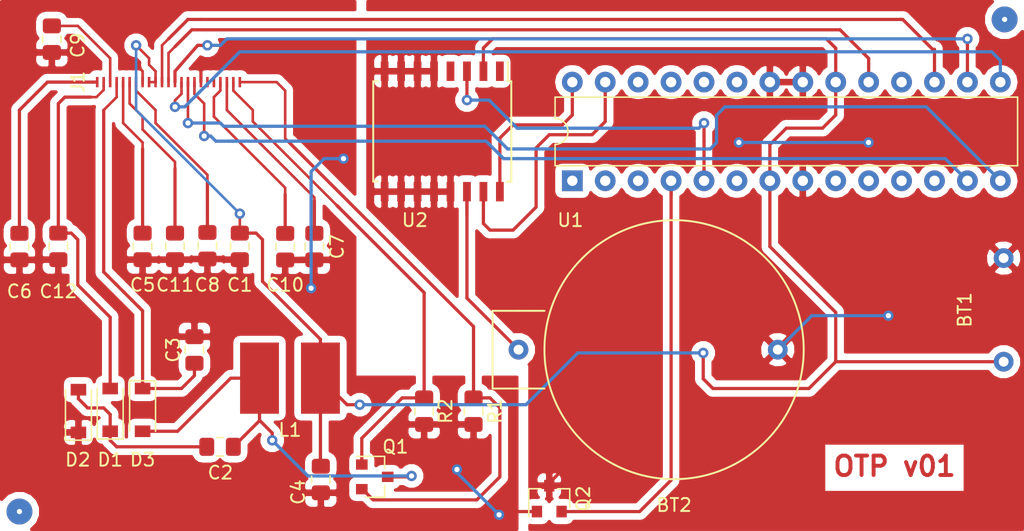
<source format=kicad_pcb>
(kicad_pcb (version 20171130) (host pcbnew 5.0.2-bee76a0~70~ubuntu16.04.1)

  (general
    (thickness 1.6)
    (drawings 1)
    (tracks 270)
    (zones 0)
    (modules 25)
    (nets 46)
  )

  (page A4)
  (title_block
    (title "OTP Tent")
    (date 2019-02-25)
    (rev v01)
    (company "IntegrityNet Solutions and Services")
  )

  (layers
    (0 F.Cu signal)
    (31 B.Cu signal)
    (32 B.Adhes user)
    (33 F.Adhes user)
    (34 B.Paste user)
    (35 F.Paste user)
    (36 B.SilkS user)
    (37 F.SilkS user)
    (38 B.Mask user)
    (39 F.Mask user)
    (40 Dwgs.User user hide)
    (41 Cmts.User user)
    (42 Eco1.User user)
    (43 Eco2.User user)
    (44 Edge.Cuts user)
    (45 Margin user)
    (46 B.CrtYd user)
    (47 F.CrtYd user hide)
    (48 B.Fab user)
    (49 F.Fab user hide)
  )

  (setup
    (last_trace_width 0.25)
    (trace_clearance 0.3)
    (zone_clearance 0.508)
    (zone_45_only no)
    (trace_min 0.2)
    (segment_width 0.2)
    (edge_width 0.1)
    (via_size 0.8)
    (via_drill 0.4)
    (via_min_size 0.4)
    (via_min_drill 0.3)
    (uvia_size 0.3)
    (uvia_drill 0.1)
    (uvias_allowed no)
    (uvia_min_size 0.2)
    (uvia_min_drill 0.1)
    (pcb_text_width 0.3)
    (pcb_text_size 1.5 1.5)
    (mod_edge_width 0.15)
    (mod_text_size 1 1)
    (mod_text_width 0.15)
    (pad_size 1.5 1.5)
    (pad_drill 0.6)
    (pad_to_mask_clearance 0)
    (solder_mask_min_width 0.25)
    (aux_axis_origin 0 0)
    (visible_elements FFFFFF7F)
    (pcbplotparams
      (layerselection 0x00000_ffffffff)
      (usegerberextensions false)
      (usegerberattributes false)
      (usegerberadvancedattributes false)
      (creategerberjobfile false)
      (excludeedgelayer true)
      (linewidth 0.100000)
      (plotframeref false)
      (viasonmask true)
      (mode 1)
      (useauxorigin false)
      (hpglpennumber 1)
      (hpglpenspeed 20)
      (hpglpendiameter 15.000000)
      (psnegative false)
      (psa4output false)
      (plotreference true)
      (plotvalue true)
      (plotinvisibletext false)
      (padsonsilk false)
      (subtractmaskfromsilk false)
      (outputformat 5)
      (mirror true)
      (drillshape 0)
      (scaleselection 1)
      (outputdirectory "plot/svg"))
  )

  (net 0 "")
  (net 1 VDC)
  (net 2 GND)
  (net 3 Batt)
  (net 4 QGND)
  (net 5 "Net-(C2-Pad1)")
  (net 6 "Net-(C2-Pad2)")
  (net 7 PREVGH)
  (net 8 "Net-(C5-Pad1)")
  (net 9 "Net-(C6-Pad1)")
  (net 10 "Net-(C7-Pad1)")
  (net 11 "Net-(C8-Pad1)")
  (net 12 "Net-(C9-Pad1)")
  (net 13 "Net-(C10-Pad1)")
  (net 14 "Net-(C11-Pad1)")
  (net 15 PREVGL)
  (net 16 "Net-(J1-Pad1)")
  (net 17 GDR)
  (net 18 RESE)
  (net 19 "Net-(J1-Pad6)")
  (net 20 "Net-(J1-Pad7)")
  (net 21 BUSY)
  (net 22 RES)
  (net 23 DC)
  (net 24 CS)
  (net 25 SCLK)
  (net 26 SDI)
  (net 27 "Net-(Q2-Pad2)")
  (net 28 "Net-(U1-Pad1)")
  (net 29 "Net-(U1-Pad2)")
  (net 30 "Net-(U1-Pad3)")
  (net 31 "Net-(U1-Pad18)")
  (net 32 "Net-(U1-Pad5)")
  (net 33 "Net-(U1-Pad6)")
  (net 34 "Net-(U1-Pad9)")
  (net 35 "Net-(U1-Pad23)")
  (net 36 "Net-(U1-Pad10)")
  (net 37 "Net-(U1-Pad24)")
  (net 38 "Net-(U1-Pad11)")
  (net 39 "Net-(U1-Pad25)")
  (net 40 "Net-(U1-Pad12)")
  (net 41 "Net-(U1-Pad26)")
  (net 42 SDA)
  (net 43 SCL)
  (net 44 "Net-(U2-Pad1)")
  (net 45 "Net-(U2-Pad4)")

  (net_class Default "This is the default net class."
    (clearance 0.3)
    (trace_width 0.25)
    (via_dia 0.8)
    (via_drill 0.4)
    (uvia_dia 0.3)
    (uvia_drill 0.1)
    (diff_pair_gap 0.2)
    (diff_pair_width 0.2)
    (add_net BUSY)
    (add_net Batt)
    (add_net CS)
    (add_net DC)
    (add_net GDR)
    (add_net GND)
    (add_net "Net-(C10-Pad1)")
    (add_net "Net-(C11-Pad1)")
    (add_net "Net-(C2-Pad1)")
    (add_net "Net-(C2-Pad2)")
    (add_net "Net-(C5-Pad1)")
    (add_net "Net-(C6-Pad1)")
    (add_net "Net-(C7-Pad1)")
    (add_net "Net-(C8-Pad1)")
    (add_net "Net-(C9-Pad1)")
    (add_net "Net-(J1-Pad1)")
    (add_net "Net-(J1-Pad6)")
    (add_net "Net-(J1-Pad7)")
    (add_net "Net-(Q2-Pad2)")
    (add_net "Net-(U1-Pad1)")
    (add_net "Net-(U1-Pad10)")
    (add_net "Net-(U1-Pad11)")
    (add_net "Net-(U1-Pad12)")
    (add_net "Net-(U1-Pad18)")
    (add_net "Net-(U1-Pad2)")
    (add_net "Net-(U1-Pad23)")
    (add_net "Net-(U1-Pad24)")
    (add_net "Net-(U1-Pad25)")
    (add_net "Net-(U1-Pad26)")
    (add_net "Net-(U1-Pad3)")
    (add_net "Net-(U1-Pad5)")
    (add_net "Net-(U1-Pad6)")
    (add_net "Net-(U1-Pad9)")
    (add_net "Net-(U2-Pad1)")
    (add_net "Net-(U2-Pad4)")
    (add_net PREVGH)
    (add_net PREVGL)
    (add_net QGND)
    (add_net RES)
    (add_net RESE)
    (add_net SCL)
    (add_net SCLK)
    (add_net SDA)
    (add_net SDI)
    (add_net VDC)
  )

  (module otp:FPC24 (layer F.Cu) (tedit 5C7916CF) (tstamp 5CC6CDCD)
    (at 153.5 53.34 270)
    (path /5C7151EB)
    (fp_text reference J1 (at 0 7.5 270) (layer F.SilkS)
      (effects (font (size 1 1) (thickness 0.15)))
    )
    (fp_text value FPC24 (at 0 -9.5 270) (layer F.Fab)
      (effects (font (size 1 1) (thickness 0.15)))
    )
    (fp_circle (center 0 -7.5) (end 0.5 -7.5) (layer F.Mask) (width 1))
    (pad 24 smd rect (at 0 6 270) (size 0.8 0.2) (layers F.Cu F.Paste F.Mask)
      (net 9 "Net-(C6-Pad1)"))
    (pad 23 smd rect (at 0 5.5 270) (size 0.8 0.2) (layers F.Cu F.Paste F.Mask)
      (net 15 PREVGL))
    (pad 22 smd rect (at 0 5 270) (size 0.8 0.2) (layers F.Cu F.Paste F.Mask)
      (net 12 "Net-(C9-Pad1)"))
    (pad 21 smd rect (at 0 4.5 270) (size 0.8 0.2) (layers F.Cu F.Paste F.Mask)
      (net 7 PREVGH))
    (pad 20 smd rect (at 0 4 270) (size 0.8 0.2) (layers F.Cu F.Paste F.Mask)
      (net 8 "Net-(C5-Pad1)"))
    (pad 19 smd rect (at 0 3.5 270) (size 0.8 0.2) (layers F.Cu F.Paste F.Mask)
      (net 14 "Net-(C11-Pad1)"))
    (pad 18 smd rect (at 0 3 270) (size 0.8 0.2) (layers F.Cu F.Paste F.Mask)
      (net 11 "Net-(C8-Pad1)"))
    (pad 17 smd rect (at 0 2.5 270) (size 0.8 0.2) (layers F.Cu F.Paste F.Mask)
      (net 4 QGND))
    (pad 16 smd rect (at 0 2 270) (size 0.8 0.2) (layers F.Cu F.Paste F.Mask)
      (net 1 VDC))
    (pad 15 smd rect (at 0 1.5 270) (size 0.8 0.2) (layers F.Cu F.Paste F.Mask)
      (net 1 VDC))
    (pad 14 smd rect (at 0 1 270) (size 0.8 0.2) (layers F.Cu F.Paste F.Mask)
      (net 26 SDI))
    (pad 13 smd rect (at 0 0.5 270) (size 0.8 0.2) (layers F.Cu F.Paste F.Mask)
      (net 25 SCLK))
    (pad 12 smd rect (at 0 0 270) (size 0.8 0.2) (layers F.Cu F.Paste F.Mask)
      (net 24 CS))
    (pad 11 smd rect (at 0 -0.5 270) (size 0.8 0.2) (layers F.Cu F.Paste F.Mask)
      (net 23 DC))
    (pad 10 smd rect (at 0 -1 270) (size 0.8 0.2) (layers F.Cu F.Paste F.Mask)
      (net 22 RES))
    (pad 9 smd rect (at 0 -1.5 270) (size 0.8 0.2) (layers F.Cu F.Paste F.Mask)
      (net 21 BUSY))
    (pad 8 smd rect (at 0 -2 270) (size 0.8 0.2) (layers F.Cu F.Paste F.Mask)
      (net 4 QGND))
    (pad 7 smd rect (at 0 -2.5 270) (size 0.8 0.2) (layers F.Cu F.Paste F.Mask)
      (net 20 "Net-(J1-Pad7)"))
    (pad 6 smd rect (at 0 -3 270) (size 0.8 0.2) (layers F.Cu F.Paste F.Mask)
      (net 19 "Net-(J1-Pad6)"))
    (pad 5 smd rect (at 0 -3.5 270) (size 0.8 0.2) (layers F.Cu F.Paste F.Mask)
      (net 13 "Net-(C10-Pad1)"))
    (pad 4 smd rect (at 0 -4 270) (size 0.8 0.2) (layers F.Cu F.Paste F.Mask)
      (net 10 "Net-(C7-Pad1)"))
    (pad 3 smd rect (at 0 -4.5 270) (size 0.8 0.2) (layers F.Cu F.Paste F.Mask)
      (net 18 RESE))
    (pad 2 smd rect (at 0 -5 270) (size 0.8 0.2) (layers F.Cu F.Paste F.Mask)
      (net 17 GDR))
    (pad 1 smd rect (at 0 -5.5 270) (size 0.8 0.2) (layers F.Paste F.Mask)
      (net 16 "Net-(J1-Pad1)"))
  )

  (module Package_TO_SOT_SMD:SOT-23 (layer F.Cu) (tedit 5A02FF57) (tstamp 5C73A431)
    (at 182.372 85.5 90)
    (descr "SOT-23, Standard")
    (tags SOT-23)
    (path /5C85C28D)
    (attr smd)
    (fp_text reference Q2 (at 0 2.628 90) (layer F.SilkS)
      (effects (font (size 1 1) (thickness 0.15)))
    )
    (fp_text value PN2222A (at 0 2.5 90) (layer F.Fab)
      (effects (font (size 1 1) (thickness 0.15)))
    )
    (fp_line (start 0.76 1.58) (end -0.7 1.58) (layer F.SilkS) (width 0.12))
    (fp_line (start 0.76 -1.58) (end -1.4 -1.58) (layer F.SilkS) (width 0.12))
    (fp_line (start -1.7 1.75) (end -1.7 -1.75) (layer F.CrtYd) (width 0.05))
    (fp_line (start 1.7 1.75) (end -1.7 1.75) (layer F.CrtYd) (width 0.05))
    (fp_line (start 1.7 -1.75) (end 1.7 1.75) (layer F.CrtYd) (width 0.05))
    (fp_line (start -1.7 -1.75) (end 1.7 -1.75) (layer F.CrtYd) (width 0.05))
    (fp_line (start 0.76 -1.58) (end 0.76 -0.65) (layer F.SilkS) (width 0.12))
    (fp_line (start 0.76 1.58) (end 0.76 0.65) (layer F.SilkS) (width 0.12))
    (fp_line (start -0.7 1.52) (end 0.7 1.52) (layer F.Fab) (width 0.1))
    (fp_line (start 0.7 -1.52) (end 0.7 1.52) (layer F.Fab) (width 0.1))
    (fp_line (start -0.7 -0.95) (end -0.15 -1.52) (layer F.Fab) (width 0.1))
    (fp_line (start -0.15 -1.52) (end 0.7 -1.52) (layer F.Fab) (width 0.1))
    (fp_line (start -0.7 -0.95) (end -0.7 1.5) (layer F.Fab) (width 0.1))
    (fp_text user %R (at 0 0 180) (layer F.Fab)
      (effects (font (size 0.5 0.5) (thickness 0.075)))
    )
    (pad 3 smd rect (at 1 0 90) (size 0.9 0.8) (layers F.Cu F.Paste F.Mask)
      (net 2 GND))
    (pad 2 smd rect (at -1 0.95 90) (size 0.9 0.8) (layers F.Cu F.Paste F.Mask)
      (net 27 "Net-(Q2-Pad2)"))
    (pad 1 smd rect (at -1 -0.95 90) (size 0.9 0.8) (layers F.Cu F.Paste F.Mask)
      (net 4 QGND))
    (model ${KISYS3DMOD}/Package_TO_SOT_SMD.3dshapes/SOT-23.wrl
      (at (xyz 0 0 0))
      (scale (xyz 1 1 1))
      (rotate (xyz 0 0 0))
    )
  )

  (module Package_TO_SOT_SMD:SOT-23 (layer F.Cu) (tedit 5A02FF57) (tstamp 5CC70A37)
    (at 168.91 83.82)
    (descr "SOT-23, Standard")
    (tags SOT-23)
    (path /5C85B943)
    (attr smd)
    (fp_text reference Q1 (at 1.59 -2.32) (layer F.SilkS)
      (effects (font (size 1 1) (thickness 0.15)))
    )
    (fp_text value 2N7000 (at 0 2.5) (layer F.Fab)
      (effects (font (size 1 1) (thickness 0.15)))
    )
    (fp_line (start 0.76 1.58) (end -0.7 1.58) (layer F.SilkS) (width 0.12))
    (fp_line (start 0.76 -1.58) (end -1.4 -1.58) (layer F.SilkS) (width 0.12))
    (fp_line (start -1.7 1.75) (end -1.7 -1.75) (layer F.CrtYd) (width 0.05))
    (fp_line (start 1.7 1.75) (end -1.7 1.75) (layer F.CrtYd) (width 0.05))
    (fp_line (start 1.7 -1.75) (end 1.7 1.75) (layer F.CrtYd) (width 0.05))
    (fp_line (start -1.7 -1.75) (end 1.7 -1.75) (layer F.CrtYd) (width 0.05))
    (fp_line (start 0.76 -1.58) (end 0.76 -0.65) (layer F.SilkS) (width 0.12))
    (fp_line (start 0.76 1.58) (end 0.76 0.65) (layer F.SilkS) (width 0.12))
    (fp_line (start -0.7 1.52) (end 0.7 1.52) (layer F.Fab) (width 0.1))
    (fp_line (start 0.7 -1.52) (end 0.7 1.52) (layer F.Fab) (width 0.1))
    (fp_line (start -0.7 -0.95) (end -0.15 -1.52) (layer F.Fab) (width 0.1))
    (fp_line (start -0.15 -1.52) (end 0.7 -1.52) (layer F.Fab) (width 0.1))
    (fp_line (start -0.7 -0.95) (end -0.7 1.5) (layer F.Fab) (width 0.1))
    (fp_text user %R (at 0 0 90) (layer F.Fab)
      (effects (font (size 0.5 0.5) (thickness 0.075)))
    )
    (pad 3 smd rect (at 1 0) (size 0.9 0.8) (layers F.Cu F.Paste F.Mask)
      (net 6 "Net-(C2-Pad2)"))
    (pad 2 smd rect (at -1 0.95) (size 0.9 0.8) (layers F.Cu F.Paste F.Mask)
      (net 17 GDR))
    (pad 1 smd rect (at -1 -0.95) (size 0.9 0.8) (layers F.Cu F.Paste F.Mask)
      (net 18 RESE))
    (model ${KISYS3DMOD}/Package_TO_SOT_SMD.3dshapes/SOT-23.wrl
      (at (xyz 0 0 0))
      (scale (xyz 1 1 1))
      (rotate (xyz 0 0 0))
    )
  )

  (module otp:Battery_pack_connector (layer F.Cu) (tedit 5C7381D0) (tstamp 5CC6CC8B)
    (at 217.424 70.93 270)
    (path /5C7CB3D8)
    (fp_text reference BT1 (at 0 3 270) (layer F.SilkS)
      (effects (font (size 1 1) (thickness 0.15)))
    )
    (fp_text value "Battery 3V" (at 0 -3 270) (layer F.Fab)
      (effects (font (size 1 1) (thickness 0.15)))
    )
    (fp_line (start 3 3) (end 5 3) (layer F.Mask) (width 0.5))
    (fp_line (start 4 2) (end 4 4) (layer F.Mask) (width 0.5))
    (pad 2 thru_hole circle (at -4 0 270) (size 1.524 1.524) (drill 0.762) (layers *.Cu *.Mask)
      (net 2 GND))
    (pad 1 thru_hole circle (at 4 0 270) (size 1.524 1.524) (drill 0.762) (layers *.Cu *.Mask)
      (net 1 VDC))
  )

  (module otp:CR2032_holder_20mm (layer F.Cu) (tedit 5C738478) (tstamp 5CC6CC99)
    (at 192 74)
    (path /5C7C1C30)
    (fp_text reference BT2 (at 0 12) (layer F.SilkS)
      (effects (font (size 1 1) (thickness 0.15)))
    )
    (fp_text value "Cell Battery 3V" (at 0 -11) (layer F.Fab)
      (effects (font (size 1 1) (thickness 0.15)))
    )
    (fp_line (start -12 -7) (end -12 -5) (layer F.Mask) (width 0.5))
    (fp_line (start -13 -6) (end -11 -6) (layer F.Mask) (width 0.5))
    (fp_line (start -14 3) (end -12 3) (layer F.SilkS) (width 0.15))
    (fp_line (start -14 -3) (end -14 3) (layer F.SilkS) (width 0.15))
    (fp_line (start -12 -3) (end -14 -3) (layer F.SilkS) (width 0.15))
    (fp_line (start -12 3) (end -10 3) (layer F.SilkS) (width 0.15))
    (fp_line (start -10 -3) (end -12 -3) (layer F.SilkS) (width 0.15))
    (fp_circle (center 0 0) (end 10 0) (layer F.SilkS) (width 0.15))
    (pad 1 thru_hole circle (at -12 0) (size 1.524 1.524) (drill 0.762) (layers *.Cu *.Mask)
      (net 3 Batt))
    (pad 2 thru_hole circle (at 8 0) (size 1.524 1.524) (drill 0.762) (layers *.Cu *.Mask)
      (net 2 GND))
  )

  (module Capacitor_SMD:C_0805_2012Metric_Pad1.15x1.40mm_HandSolder (layer F.Cu) (tedit 5B36C52B) (tstamp 5CC6EDBA)
    (at 158.5 66.025 270)
    (descr "Capacitor SMD 0805 (2012 Metric), square (rectangular) end terminal, IPC_7351 nominal with elongated pad for handsoldering. (Body size source: https://docs.google.com/spreadsheets/d/1BsfQQcO9C6DZCsRaXUlFlo91Tg2WpOkGARC1WS5S8t0/edit?usp=sharing), generated with kicad-footprint-generator")
    (tags "capacitor handsolder")
    (path /5C732EE8)
    (attr smd)
    (fp_text reference C1 (at 2.975 0) (layer F.SilkS)
      (effects (font (size 1 1) (thickness 0.15)))
    )
    (fp_text value 4.7uF/50V (at 0 1.65 270) (layer F.Fab)
      (effects (font (size 1 1) (thickness 0.15)))
    )
    (fp_text user %R (at 0 0 270) (layer F.Fab)
      (effects (font (size 0.5 0.5) (thickness 0.08)))
    )
    (fp_line (start 1.85 0.95) (end -1.85 0.95) (layer F.CrtYd) (width 0.05))
    (fp_line (start 1.85 -0.95) (end 1.85 0.95) (layer F.CrtYd) (width 0.05))
    (fp_line (start -1.85 -0.95) (end 1.85 -0.95) (layer F.CrtYd) (width 0.05))
    (fp_line (start -1.85 0.95) (end -1.85 -0.95) (layer F.CrtYd) (width 0.05))
    (fp_line (start -0.261252 0.71) (end 0.261252 0.71) (layer F.SilkS) (width 0.12))
    (fp_line (start -0.261252 -0.71) (end 0.261252 -0.71) (layer F.SilkS) (width 0.12))
    (fp_line (start 1 0.6) (end -1 0.6) (layer F.Fab) (width 0.1))
    (fp_line (start 1 -0.6) (end 1 0.6) (layer F.Fab) (width 0.1))
    (fp_line (start -1 -0.6) (end 1 -0.6) (layer F.Fab) (width 0.1))
    (fp_line (start -1 0.6) (end -1 -0.6) (layer F.Fab) (width 0.1))
    (pad 2 smd roundrect (at 1.025 0 270) (size 1.15 1.4) (layers F.Cu F.Paste F.Mask) (roundrect_rratio 0.217391)
      (net 4 QGND))
    (pad 1 smd roundrect (at -1.025 0 270) (size 1.15 1.4) (layers F.Cu F.Paste F.Mask) (roundrect_rratio 0.217391)
      (net 1 VDC))
    (model ${KISYS3DMOD}/Capacitor_SMD.3dshapes/C_0805_2012Metric.wrl
      (at (xyz 0 0 0))
      (scale (xyz 1 1 1))
      (rotate (xyz 0 0 0))
    )
  )

  (module Capacitor_SMD:C_0805_2012Metric_Pad1.15x1.40mm_HandSolder (layer F.Cu) (tedit 5B36C52B) (tstamp 5CC6CCBB)
    (at 156.975 81.5)
    (descr "Capacitor SMD 0805 (2012 Metric), square (rectangular) end terminal, IPC_7351 nominal with elongated pad for handsoldering. (Body size source: https://docs.google.com/spreadsheets/d/1BsfQQcO9C6DZCsRaXUlFlo91Tg2WpOkGARC1WS5S8t0/edit?usp=sharing), generated with kicad-footprint-generator")
    (tags "capacitor handsolder")
    (path /5C750133)
    (attr smd)
    (fp_text reference C2 (at 0.025 2) (layer F.SilkS)
      (effects (font (size 1 1) (thickness 0.15)))
    )
    (fp_text value 4.7uF/50V (at 0 1.65) (layer F.Fab)
      (effects (font (size 1 1) (thickness 0.15)))
    )
    (fp_text user %R (at 0 0) (layer F.Fab)
      (effects (font (size 0.5 0.5) (thickness 0.08)))
    )
    (fp_line (start 1.85 0.95) (end -1.85 0.95) (layer F.CrtYd) (width 0.05))
    (fp_line (start 1.85 -0.95) (end 1.85 0.95) (layer F.CrtYd) (width 0.05))
    (fp_line (start -1.85 -0.95) (end 1.85 -0.95) (layer F.CrtYd) (width 0.05))
    (fp_line (start -1.85 0.95) (end -1.85 -0.95) (layer F.CrtYd) (width 0.05))
    (fp_line (start -0.261252 0.71) (end 0.261252 0.71) (layer F.SilkS) (width 0.12))
    (fp_line (start -0.261252 -0.71) (end 0.261252 -0.71) (layer F.SilkS) (width 0.12))
    (fp_line (start 1 0.6) (end -1 0.6) (layer F.Fab) (width 0.1))
    (fp_line (start 1 -0.6) (end 1 0.6) (layer F.Fab) (width 0.1))
    (fp_line (start -1 -0.6) (end 1 -0.6) (layer F.Fab) (width 0.1))
    (fp_line (start -1 0.6) (end -1 -0.6) (layer F.Fab) (width 0.1))
    (pad 2 smd roundrect (at 1.025 0) (size 1.15 1.4) (layers F.Cu F.Paste F.Mask) (roundrect_rratio 0.217391)
      (net 6 "Net-(C2-Pad2)"))
    (pad 1 smd roundrect (at -1.025 0) (size 1.15 1.4) (layers F.Cu F.Paste F.Mask) (roundrect_rratio 0.217391)
      (net 5 "Net-(C2-Pad1)"))
    (model ${KISYS3DMOD}/Capacitor_SMD.3dshapes/C_0805_2012Metric.wrl
      (at (xyz 0 0 0))
      (scale (xyz 1 1 1))
      (rotate (xyz 0 0 0))
    )
  )

  (module Capacitor_SMD:C_0805_2012Metric_Pad1.15x1.40mm_HandSolder (layer F.Cu) (tedit 5B36C52B) (tstamp 5CC6CCCC)
    (at 155 74.025 90)
    (descr "Capacitor SMD 0805 (2012 Metric), square (rectangular) end terminal, IPC_7351 nominal with elongated pad for handsoldering. (Body size source: https://docs.google.com/spreadsheets/d/1BsfQQcO9C6DZCsRaXUlFlo91Tg2WpOkGARC1WS5S8t0/edit?usp=sharing), generated with kicad-footprint-generator")
    (tags "capacitor handsolder")
    (path /5C74AD3B)
    (attr smd)
    (fp_text reference C3 (at 0 -1.65 90) (layer F.SilkS)
      (effects (font (size 1 1) (thickness 0.15)))
    )
    (fp_text value 4.7uF/50V (at 0 1.65 90) (layer F.Fab)
      (effects (font (size 1 1) (thickness 0.15)))
    )
    (fp_text user %R (at 0 0 90) (layer F.Fab)
      (effects (font (size 0.5 0.5) (thickness 0.08)))
    )
    (fp_line (start 1.85 0.95) (end -1.85 0.95) (layer F.CrtYd) (width 0.05))
    (fp_line (start 1.85 -0.95) (end 1.85 0.95) (layer F.CrtYd) (width 0.05))
    (fp_line (start -1.85 -0.95) (end 1.85 -0.95) (layer F.CrtYd) (width 0.05))
    (fp_line (start -1.85 0.95) (end -1.85 -0.95) (layer F.CrtYd) (width 0.05))
    (fp_line (start -0.261252 0.71) (end 0.261252 0.71) (layer F.SilkS) (width 0.12))
    (fp_line (start -0.261252 -0.71) (end 0.261252 -0.71) (layer F.SilkS) (width 0.12))
    (fp_line (start 1 0.6) (end -1 0.6) (layer F.Fab) (width 0.1))
    (fp_line (start 1 -0.6) (end 1 0.6) (layer F.Fab) (width 0.1))
    (fp_line (start -1 -0.6) (end 1 -0.6) (layer F.Fab) (width 0.1))
    (fp_line (start -1 0.6) (end -1 -0.6) (layer F.Fab) (width 0.1))
    (pad 2 smd roundrect (at 1.025 0 90) (size 1.15 1.4) (layers F.Cu F.Paste F.Mask) (roundrect_rratio 0.217391)
      (net 4 QGND))
    (pad 1 smd roundrect (at -1.025 0 90) (size 1.15 1.4) (layers F.Cu F.Paste F.Mask) (roundrect_rratio 0.217391)
      (net 7 PREVGH))
    (model ${KISYS3DMOD}/Capacitor_SMD.3dshapes/C_0805_2012Metric.wrl
      (at (xyz 0 0 0))
      (scale (xyz 1 1 1))
      (rotate (xyz 0 0 0))
    )
  )

  (module Capacitor_SMD:C_0805_2012Metric_Pad1.15x1.40mm_HandSolder (layer F.Cu) (tedit 5B36C52B) (tstamp 5CC6CCDD)
    (at 164.75 84.025 270)
    (descr "Capacitor SMD 0805 (2012 Metric), square (rectangular) end terminal, IPC_7351 nominal with elongated pad for handsoldering. (Body size source: https://docs.google.com/spreadsheets/d/1BsfQQcO9C6DZCsRaXUlFlo91Tg2WpOkGARC1WS5S8t0/edit?usp=sharing), generated with kicad-footprint-generator")
    (tags "capacitor handsolder")
    (path /5C722AB0)
    (attr smd)
    (fp_text reference C4 (at 0.975 1.75 270) (layer F.SilkS)
      (effects (font (size 1 1) (thickness 0.15)))
    )
    (fp_text value 1uF/50V (at 0 1.65 270) (layer F.Fab)
      (effects (font (size 1 1) (thickness 0.15)))
    )
    (fp_text user %R (at 0 0 270) (layer F.Fab)
      (effects (font (size 0.5 0.5) (thickness 0.08)))
    )
    (fp_line (start 1.85 0.95) (end -1.85 0.95) (layer F.CrtYd) (width 0.05))
    (fp_line (start 1.85 -0.95) (end 1.85 0.95) (layer F.CrtYd) (width 0.05))
    (fp_line (start -1.85 -0.95) (end 1.85 -0.95) (layer F.CrtYd) (width 0.05))
    (fp_line (start -1.85 0.95) (end -1.85 -0.95) (layer F.CrtYd) (width 0.05))
    (fp_line (start -0.261252 0.71) (end 0.261252 0.71) (layer F.SilkS) (width 0.12))
    (fp_line (start -0.261252 -0.71) (end 0.261252 -0.71) (layer F.SilkS) (width 0.12))
    (fp_line (start 1 0.6) (end -1 0.6) (layer F.Fab) (width 0.1))
    (fp_line (start 1 -0.6) (end 1 0.6) (layer F.Fab) (width 0.1))
    (fp_line (start -1 -0.6) (end 1 -0.6) (layer F.Fab) (width 0.1))
    (fp_line (start -1 0.6) (end -1 -0.6) (layer F.Fab) (width 0.1))
    (pad 2 smd roundrect (at 1.025 0 270) (size 1.15 1.4) (layers F.Cu F.Paste F.Mask) (roundrect_rratio 0.217391)
      (net 4 QGND))
    (pad 1 smd roundrect (at -1.025 0 270) (size 1.15 1.4) (layers F.Cu F.Paste F.Mask) (roundrect_rratio 0.217391)
      (net 1 VDC))
    (model ${KISYS3DMOD}/Capacitor_SMD.3dshapes/C_0805_2012Metric.wrl
      (at (xyz 0 0 0))
      (scale (xyz 1 1 1))
      (rotate (xyz 0 0 0))
    )
  )

  (module Capacitor_SMD:C_0805_2012Metric_Pad1.15x1.40mm_HandSolder (layer F.Cu) (tedit 5B36C52B) (tstamp 5CC6F0CB)
    (at 151 66.025 270)
    (descr "Capacitor SMD 0805 (2012 Metric), square (rectangular) end terminal, IPC_7351 nominal with elongated pad for handsoldering. (Body size source: https://docs.google.com/spreadsheets/d/1BsfQQcO9C6DZCsRaXUlFlo91Tg2WpOkGARC1WS5S8t0/edit?usp=sharing), generated with kicad-footprint-generator")
    (tags "capacitor handsolder")
    (path /5C723229)
    (attr smd)
    (fp_text reference C5 (at 2.975 0) (layer F.SilkS)
      (effects (font (size 1 1) (thickness 0.15)))
    )
    (fp_text value 1uF/50V (at 0 1.65 270) (layer F.Fab)
      (effects (font (size 1 1) (thickness 0.15)))
    )
    (fp_text user %R (at 0 0 270) (layer F.Fab)
      (effects (font (size 0.5 0.5) (thickness 0.08)))
    )
    (fp_line (start 1.85 0.95) (end -1.85 0.95) (layer F.CrtYd) (width 0.05))
    (fp_line (start 1.85 -0.95) (end 1.85 0.95) (layer F.CrtYd) (width 0.05))
    (fp_line (start -1.85 -0.95) (end 1.85 -0.95) (layer F.CrtYd) (width 0.05))
    (fp_line (start -1.85 0.95) (end -1.85 -0.95) (layer F.CrtYd) (width 0.05))
    (fp_line (start -0.261252 0.71) (end 0.261252 0.71) (layer F.SilkS) (width 0.12))
    (fp_line (start -0.261252 -0.71) (end 0.261252 -0.71) (layer F.SilkS) (width 0.12))
    (fp_line (start 1 0.6) (end -1 0.6) (layer F.Fab) (width 0.1))
    (fp_line (start 1 -0.6) (end 1 0.6) (layer F.Fab) (width 0.1))
    (fp_line (start -1 -0.6) (end 1 -0.6) (layer F.Fab) (width 0.1))
    (fp_line (start -1 0.6) (end -1 -0.6) (layer F.Fab) (width 0.1))
    (pad 2 smd roundrect (at 1.025 0 270) (size 1.15 1.4) (layers F.Cu F.Paste F.Mask) (roundrect_rratio 0.217391)
      (net 4 QGND))
    (pad 1 smd roundrect (at -1.025 0 270) (size 1.15 1.4) (layers F.Cu F.Paste F.Mask) (roundrect_rratio 0.217391)
      (net 8 "Net-(C5-Pad1)"))
    (model ${KISYS3DMOD}/Capacitor_SMD.3dshapes/C_0805_2012Metric.wrl
      (at (xyz 0 0 0))
      (scale (xyz 1 1 1))
      (rotate (xyz 0 0 0))
    )
  )

  (module Capacitor_SMD:C_0805_2012Metric_Pad1.15x1.40mm_HandSolder (layer F.Cu) (tedit 5B36C52B) (tstamp 5CC6CCFF)
    (at 141.5 66.04 270)
    (descr "Capacitor SMD 0805 (2012 Metric), square (rectangular) end terminal, IPC_7351 nominal with elongated pad for handsoldering. (Body size source: https://docs.google.com/spreadsheets/d/1BsfQQcO9C6DZCsRaXUlFlo91Tg2WpOkGARC1WS5S8t0/edit?usp=sharing), generated with kicad-footprint-generator")
    (tags "capacitor handsolder")
    (path /5C723619)
    (attr smd)
    (fp_text reference C6 (at 3.46 0 180) (layer F.SilkS)
      (effects (font (size 1 1) (thickness 0.15)))
    )
    (fp_text value 1uF/50V (at 0 1.65 270) (layer F.Fab)
      (effects (font (size 1 1) (thickness 0.15)))
    )
    (fp_text user %R (at 0 0 270) (layer F.Fab)
      (effects (font (size 0.5 0.5) (thickness 0.08)))
    )
    (fp_line (start 1.85 0.95) (end -1.85 0.95) (layer F.CrtYd) (width 0.05))
    (fp_line (start 1.85 -0.95) (end 1.85 0.95) (layer F.CrtYd) (width 0.05))
    (fp_line (start -1.85 -0.95) (end 1.85 -0.95) (layer F.CrtYd) (width 0.05))
    (fp_line (start -1.85 0.95) (end -1.85 -0.95) (layer F.CrtYd) (width 0.05))
    (fp_line (start -0.261252 0.71) (end 0.261252 0.71) (layer F.SilkS) (width 0.12))
    (fp_line (start -0.261252 -0.71) (end 0.261252 -0.71) (layer F.SilkS) (width 0.12))
    (fp_line (start 1 0.6) (end -1 0.6) (layer F.Fab) (width 0.1))
    (fp_line (start 1 -0.6) (end 1 0.6) (layer F.Fab) (width 0.1))
    (fp_line (start -1 -0.6) (end 1 -0.6) (layer F.Fab) (width 0.1))
    (fp_line (start -1 0.6) (end -1 -0.6) (layer F.Fab) (width 0.1))
    (pad 2 smd roundrect (at 1.025 0 270) (size 1.15 1.4) (layers F.Cu F.Paste F.Mask) (roundrect_rratio 0.217391)
      (net 4 QGND))
    (pad 1 smd roundrect (at -1.025 0 270) (size 1.15 1.4) (layers F.Cu F.Paste F.Mask) (roundrect_rratio 0.217391)
      (net 9 "Net-(C6-Pad1)"))
    (model ${KISYS3DMOD}/Capacitor_SMD.3dshapes/C_0805_2012Metric.wrl
      (at (xyz 0 0 0))
      (scale (xyz 1 1 1))
      (rotate (xyz 0 0 0))
    )
  )

  (module Capacitor_SMD:C_0805_2012Metric_Pad1.15x1.40mm_HandSolder (layer F.Cu) (tedit 5B36C52B) (tstamp 5C73AED0)
    (at 164.25 66.04 270)
    (descr "Capacitor SMD 0805 (2012 Metric), square (rectangular) end terminal, IPC_7351 nominal with elongated pad for handsoldering. (Body size source: https://docs.google.com/spreadsheets/d/1BsfQQcO9C6DZCsRaXUlFlo91Tg2WpOkGARC1WS5S8t0/edit?usp=sharing), generated with kicad-footprint-generator")
    (tags "capacitor handsolder")
    (path /5C72227F)
    (attr smd)
    (fp_text reference C7 (at 0 -1.75 270) (layer F.SilkS)
      (effects (font (size 1 1) (thickness 0.15)))
    )
    (fp_text value 1uF/50V (at 0 1.65 270) (layer F.Fab)
      (effects (font (size 1 1) (thickness 0.15)))
    )
    (fp_text user %R (at 0 0 270) (layer F.Fab)
      (effects (font (size 0.5 0.5) (thickness 0.08)))
    )
    (fp_line (start 1.85 0.95) (end -1.85 0.95) (layer F.CrtYd) (width 0.05))
    (fp_line (start 1.85 -0.95) (end 1.85 0.95) (layer F.CrtYd) (width 0.05))
    (fp_line (start -1.85 -0.95) (end 1.85 -0.95) (layer F.CrtYd) (width 0.05))
    (fp_line (start -1.85 0.95) (end -1.85 -0.95) (layer F.CrtYd) (width 0.05))
    (fp_line (start -0.261252 0.71) (end 0.261252 0.71) (layer F.SilkS) (width 0.12))
    (fp_line (start -0.261252 -0.71) (end 0.261252 -0.71) (layer F.SilkS) (width 0.12))
    (fp_line (start 1 0.6) (end -1 0.6) (layer F.Fab) (width 0.1))
    (fp_line (start 1 -0.6) (end 1 0.6) (layer F.Fab) (width 0.1))
    (fp_line (start -1 -0.6) (end 1 -0.6) (layer F.Fab) (width 0.1))
    (fp_line (start -1 0.6) (end -1 -0.6) (layer F.Fab) (width 0.1))
    (pad 2 smd roundrect (at 1.025 0 270) (size 1.15 1.4) (layers F.Cu F.Paste F.Mask) (roundrect_rratio 0.217391)
      (net 4 QGND))
    (pad 1 smd roundrect (at -1.025 0 270) (size 1.15 1.4) (layers F.Cu F.Paste F.Mask) (roundrect_rratio 0.217391)
      (net 10 "Net-(C7-Pad1)"))
    (model ${KISYS3DMOD}/Capacitor_SMD.3dshapes/C_0805_2012Metric.wrl
      (at (xyz 0 0 0))
      (scale (xyz 1 1 1))
      (rotate (xyz 0 0 0))
    )
  )

  (module Capacitor_SMD:C_0805_2012Metric_Pad1.15x1.40mm_HandSolder (layer F.Cu) (tedit 5B36C52B) (tstamp 5CC6CD21)
    (at 156 65.975 270)
    (descr "Capacitor SMD 0805 (2012 Metric), square (rectangular) end terminal, IPC_7351 nominal with elongated pad for handsoldering. (Body size source: https://docs.google.com/spreadsheets/d/1BsfQQcO9C6DZCsRaXUlFlo91Tg2WpOkGARC1WS5S8t0/edit?usp=sharing), generated with kicad-footprint-generator")
    (tags "capacitor handsolder")
    (path /5C722AF5)
    (attr smd)
    (fp_text reference C8 (at 3.025 0) (layer F.SilkS)
      (effects (font (size 1 1) (thickness 0.15)))
    )
    (fp_text value 1uF/50V (at 0 1.65 270) (layer F.Fab)
      (effects (font (size 1 1) (thickness 0.15)))
    )
    (fp_text user %R (at 0 0 270) (layer F.Fab)
      (effects (font (size 0.5 0.5) (thickness 0.08)))
    )
    (fp_line (start 1.85 0.95) (end -1.85 0.95) (layer F.CrtYd) (width 0.05))
    (fp_line (start 1.85 -0.95) (end 1.85 0.95) (layer F.CrtYd) (width 0.05))
    (fp_line (start -1.85 -0.95) (end 1.85 -0.95) (layer F.CrtYd) (width 0.05))
    (fp_line (start -1.85 0.95) (end -1.85 -0.95) (layer F.CrtYd) (width 0.05))
    (fp_line (start -0.261252 0.71) (end 0.261252 0.71) (layer F.SilkS) (width 0.12))
    (fp_line (start -0.261252 -0.71) (end 0.261252 -0.71) (layer F.SilkS) (width 0.12))
    (fp_line (start 1 0.6) (end -1 0.6) (layer F.Fab) (width 0.1))
    (fp_line (start 1 -0.6) (end 1 0.6) (layer F.Fab) (width 0.1))
    (fp_line (start -1 -0.6) (end 1 -0.6) (layer F.Fab) (width 0.1))
    (fp_line (start -1 0.6) (end -1 -0.6) (layer F.Fab) (width 0.1))
    (pad 2 smd roundrect (at 1.025 0 270) (size 1.15 1.4) (layers F.Cu F.Paste F.Mask) (roundrect_rratio 0.217391)
      (net 4 QGND))
    (pad 1 smd roundrect (at -1.025 0 270) (size 1.15 1.4) (layers F.Cu F.Paste F.Mask) (roundrect_rratio 0.217391)
      (net 11 "Net-(C8-Pad1)"))
    (model ${KISYS3DMOD}/Capacitor_SMD.3dshapes/C_0805_2012Metric.wrl
      (at (xyz 0 0 0))
      (scale (xyz 1 1 1))
      (rotate (xyz 0 0 0))
    )
  )

  (module Capacitor_SMD:C_0805_2012Metric_Pad1.15x1.40mm_HandSolder (layer F.Cu) (tedit 5B36C52B) (tstamp 5CC6CD32)
    (at 144 50.025 270)
    (descr "Capacitor SMD 0805 (2012 Metric), square (rectangular) end terminal, IPC_7351 nominal with elongated pad for handsoldering. (Body size source: https://docs.google.com/spreadsheets/d/1BsfQQcO9C6DZCsRaXUlFlo91Tg2WpOkGARC1WS5S8t0/edit?usp=sharing), generated with kicad-footprint-generator")
    (tags "capacitor handsolder")
    (path /5C723353)
    (attr smd)
    (fp_text reference C9 (at 0.475 -2 270) (layer F.SilkS)
      (effects (font (size 1 1) (thickness 0.15)))
    )
    (fp_text value 1uF/50V (at 0 1.65 270) (layer F.Fab)
      (effects (font (size 1 1) (thickness 0.15)))
    )
    (fp_text user %R (at 0 0 270) (layer F.Fab)
      (effects (font (size 0.5 0.5) (thickness 0.08)))
    )
    (fp_line (start 1.85 0.95) (end -1.85 0.95) (layer F.CrtYd) (width 0.05))
    (fp_line (start 1.85 -0.95) (end 1.85 0.95) (layer F.CrtYd) (width 0.05))
    (fp_line (start -1.85 -0.95) (end 1.85 -0.95) (layer F.CrtYd) (width 0.05))
    (fp_line (start -1.85 0.95) (end -1.85 -0.95) (layer F.CrtYd) (width 0.05))
    (fp_line (start -0.261252 0.71) (end 0.261252 0.71) (layer F.SilkS) (width 0.12))
    (fp_line (start -0.261252 -0.71) (end 0.261252 -0.71) (layer F.SilkS) (width 0.12))
    (fp_line (start 1 0.6) (end -1 0.6) (layer F.Fab) (width 0.1))
    (fp_line (start 1 -0.6) (end 1 0.6) (layer F.Fab) (width 0.1))
    (fp_line (start -1 -0.6) (end 1 -0.6) (layer F.Fab) (width 0.1))
    (fp_line (start -1 0.6) (end -1 -0.6) (layer F.Fab) (width 0.1))
    (pad 2 smd roundrect (at 1.025 0 270) (size 1.15 1.4) (layers F.Cu F.Paste F.Mask) (roundrect_rratio 0.217391)
      (net 4 QGND))
    (pad 1 smd roundrect (at -1.025 0 270) (size 1.15 1.4) (layers F.Cu F.Paste F.Mask) (roundrect_rratio 0.217391)
      (net 12 "Net-(C9-Pad1)"))
    (model ${KISYS3DMOD}/Capacitor_SMD.3dshapes/C_0805_2012Metric.wrl
      (at (xyz 0 0 0))
      (scale (xyz 1 1 1))
      (rotate (xyz 0 0 0))
    )
  )

  (module Capacitor_SMD:C_0805_2012Metric_Pad1.15x1.40mm_HandSolder (layer F.Cu) (tedit 5B36C52B) (tstamp 5C73AF00)
    (at 162 66.049 270)
    (descr "Capacitor SMD 0805 (2012 Metric), square (rectangular) end terminal, IPC_7351 nominal with elongated pad for handsoldering. (Body size source: https://docs.google.com/spreadsheets/d/1BsfQQcO9C6DZCsRaXUlFlo91Tg2WpOkGARC1WS5S8t0/edit?usp=sharing), generated with kicad-footprint-generator")
    (tags "capacitor handsolder")
    (path /5C7223F8)
    (attr smd)
    (fp_text reference C10 (at 2.951 0) (layer F.SilkS)
      (effects (font (size 1 1) (thickness 0.15)))
    )
    (fp_text value 1uF/50V (at 0 1.65 270) (layer F.Fab)
      (effects (font (size 1 1) (thickness 0.15)))
    )
    (fp_text user %R (at 0 0 270) (layer F.Fab)
      (effects (font (size 0.5 0.5) (thickness 0.08)))
    )
    (fp_line (start 1.85 0.95) (end -1.85 0.95) (layer F.CrtYd) (width 0.05))
    (fp_line (start 1.85 -0.95) (end 1.85 0.95) (layer F.CrtYd) (width 0.05))
    (fp_line (start -1.85 -0.95) (end 1.85 -0.95) (layer F.CrtYd) (width 0.05))
    (fp_line (start -1.85 0.95) (end -1.85 -0.95) (layer F.CrtYd) (width 0.05))
    (fp_line (start -0.261252 0.71) (end 0.261252 0.71) (layer F.SilkS) (width 0.12))
    (fp_line (start -0.261252 -0.71) (end 0.261252 -0.71) (layer F.SilkS) (width 0.12))
    (fp_line (start 1 0.6) (end -1 0.6) (layer F.Fab) (width 0.1))
    (fp_line (start 1 -0.6) (end 1 0.6) (layer F.Fab) (width 0.1))
    (fp_line (start -1 -0.6) (end 1 -0.6) (layer F.Fab) (width 0.1))
    (fp_line (start -1 0.6) (end -1 -0.6) (layer F.Fab) (width 0.1))
    (pad 2 smd roundrect (at 1.025 0 270) (size 1.15 1.4) (layers F.Cu F.Paste F.Mask) (roundrect_rratio 0.217391)
      (net 4 QGND))
    (pad 1 smd roundrect (at -1.025 0 270) (size 1.15 1.4) (layers F.Cu F.Paste F.Mask) (roundrect_rratio 0.217391)
      (net 13 "Net-(C10-Pad1)"))
    (model ${KISYS3DMOD}/Capacitor_SMD.3dshapes/C_0805_2012Metric.wrl
      (at (xyz 0 0 0))
      (scale (xyz 1 1 1))
      (rotate (xyz 0 0 0))
    )
  )

  (module Capacitor_SMD:C_0805_2012Metric_Pad1.15x1.40mm_HandSolder (layer F.Cu) (tedit 5B36C52B) (tstamp 5CC6CD54)
    (at 153.5 66.025 270)
    (descr "Capacitor SMD 0805 (2012 Metric), square (rectangular) end terminal, IPC_7351 nominal with elongated pad for handsoldering. (Body size source: https://docs.google.com/spreadsheets/d/1BsfQQcO9C6DZCsRaXUlFlo91Tg2WpOkGARC1WS5S8t0/edit?usp=sharing), generated with kicad-footprint-generator")
    (tags "capacitor handsolder")
    (path /5C722B94)
    (attr smd)
    (fp_text reference C11 (at 2.975 0) (layer F.SilkS)
      (effects (font (size 1 1) (thickness 0.15)))
    )
    (fp_text value 1uF/50V (at 0 1.65 270) (layer F.Fab)
      (effects (font (size 1 1) (thickness 0.15)))
    )
    (fp_text user %R (at 0 0 270) (layer F.Fab)
      (effects (font (size 0.5 0.5) (thickness 0.08)))
    )
    (fp_line (start 1.85 0.95) (end -1.85 0.95) (layer F.CrtYd) (width 0.05))
    (fp_line (start 1.85 -0.95) (end 1.85 0.95) (layer F.CrtYd) (width 0.05))
    (fp_line (start -1.85 -0.95) (end 1.85 -0.95) (layer F.CrtYd) (width 0.05))
    (fp_line (start -1.85 0.95) (end -1.85 -0.95) (layer F.CrtYd) (width 0.05))
    (fp_line (start -0.261252 0.71) (end 0.261252 0.71) (layer F.SilkS) (width 0.12))
    (fp_line (start -0.261252 -0.71) (end 0.261252 -0.71) (layer F.SilkS) (width 0.12))
    (fp_line (start 1 0.6) (end -1 0.6) (layer F.Fab) (width 0.1))
    (fp_line (start 1 -0.6) (end 1 0.6) (layer F.Fab) (width 0.1))
    (fp_line (start -1 -0.6) (end 1 -0.6) (layer F.Fab) (width 0.1))
    (fp_line (start -1 0.6) (end -1 -0.6) (layer F.Fab) (width 0.1))
    (pad 2 smd roundrect (at 1.025 0 270) (size 1.15 1.4) (layers F.Cu F.Paste F.Mask) (roundrect_rratio 0.217391)
      (net 4 QGND))
    (pad 1 smd roundrect (at -1.025 0 270) (size 1.15 1.4) (layers F.Cu F.Paste F.Mask) (roundrect_rratio 0.217391)
      (net 14 "Net-(C11-Pad1)"))
    (model ${KISYS3DMOD}/Capacitor_SMD.3dshapes/C_0805_2012Metric.wrl
      (at (xyz 0 0 0))
      (scale (xyz 1 1 1))
      (rotate (xyz 0 0 0))
    )
  )

  (module Capacitor_SMD:C_0805_2012Metric_Pad1.15x1.40mm_HandSolder (layer F.Cu) (tedit 5B36C52B) (tstamp 5CC6EB52)
    (at 144.5 66.025 270)
    (descr "Capacitor SMD 0805 (2012 Metric), square (rectangular) end terminal, IPC_7351 nominal with elongated pad for handsoldering. (Body size source: https://docs.google.com/spreadsheets/d/1BsfQQcO9C6DZCsRaXUlFlo91Tg2WpOkGARC1WS5S8t0/edit?usp=sharing), generated with kicad-footprint-generator")
    (tags "capacitor handsolder")
    (path /5C7234B0)
    (attr smd)
    (fp_text reference C12 (at 3.475 0) (layer F.SilkS)
      (effects (font (size 1 1) (thickness 0.15)))
    )
    (fp_text value 1uF/50V (at 0 1.65 270) (layer F.Fab)
      (effects (font (size 1 1) (thickness 0.15)))
    )
    (fp_text user %R (at 0 0 270) (layer F.Fab)
      (effects (font (size 0.5 0.5) (thickness 0.08)))
    )
    (fp_line (start 1.85 0.95) (end -1.85 0.95) (layer F.CrtYd) (width 0.05))
    (fp_line (start 1.85 -0.95) (end 1.85 0.95) (layer F.CrtYd) (width 0.05))
    (fp_line (start -1.85 -0.95) (end 1.85 -0.95) (layer F.CrtYd) (width 0.05))
    (fp_line (start -1.85 0.95) (end -1.85 -0.95) (layer F.CrtYd) (width 0.05))
    (fp_line (start -0.261252 0.71) (end 0.261252 0.71) (layer F.SilkS) (width 0.12))
    (fp_line (start -0.261252 -0.71) (end 0.261252 -0.71) (layer F.SilkS) (width 0.12))
    (fp_line (start 1 0.6) (end -1 0.6) (layer F.Fab) (width 0.1))
    (fp_line (start 1 -0.6) (end 1 0.6) (layer F.Fab) (width 0.1))
    (fp_line (start -1 -0.6) (end 1 -0.6) (layer F.Fab) (width 0.1))
    (fp_line (start -1 0.6) (end -1 -0.6) (layer F.Fab) (width 0.1))
    (pad 2 smd roundrect (at 1.025 0 270) (size 1.15 1.4) (layers F.Cu F.Paste F.Mask) (roundrect_rratio 0.217391)
      (net 4 QGND))
    (pad 1 smd roundrect (at -1.025 0 270) (size 1.15 1.4) (layers F.Cu F.Paste F.Mask) (roundrect_rratio 0.217391)
      (net 15 PREVGL))
    (model ${KISYS3DMOD}/Capacitor_SMD.3dshapes/C_0805_2012Metric.wrl
      (at (xyz 0 0 0))
      (scale (xyz 1 1 1))
      (rotate (xyz 0 0 0))
    )
  )

  (module Diode_SMD:D_SOD-123 (layer F.Cu) (tedit 58645DC7) (tstamp 5CC6CD7E)
    (at 148.5 78.65 90)
    (descr SOD-123)
    (tags SOD-123)
    (path /5C745367)
    (attr smd)
    (fp_text reference D1 (at -3.85 0 180) (layer F.SilkS)
      (effects (font (size 1 1) (thickness 0.15)))
    )
    (fp_text value MBR0530 (at 0 2.1 90) (layer F.Fab)
      (effects (font (size 1 1) (thickness 0.15)))
    )
    (fp_line (start -2.25 -1) (end 1.65 -1) (layer F.SilkS) (width 0.12))
    (fp_line (start -2.25 1) (end 1.65 1) (layer F.SilkS) (width 0.12))
    (fp_line (start -2.35 -1.15) (end -2.35 1.15) (layer F.CrtYd) (width 0.05))
    (fp_line (start 2.35 1.15) (end -2.35 1.15) (layer F.CrtYd) (width 0.05))
    (fp_line (start 2.35 -1.15) (end 2.35 1.15) (layer F.CrtYd) (width 0.05))
    (fp_line (start -2.35 -1.15) (end 2.35 -1.15) (layer F.CrtYd) (width 0.05))
    (fp_line (start -1.4 -0.9) (end 1.4 -0.9) (layer F.Fab) (width 0.1))
    (fp_line (start 1.4 -0.9) (end 1.4 0.9) (layer F.Fab) (width 0.1))
    (fp_line (start 1.4 0.9) (end -1.4 0.9) (layer F.Fab) (width 0.1))
    (fp_line (start -1.4 0.9) (end -1.4 -0.9) (layer F.Fab) (width 0.1))
    (fp_line (start -0.75 0) (end -0.35 0) (layer F.Fab) (width 0.1))
    (fp_line (start -0.35 0) (end -0.35 -0.55) (layer F.Fab) (width 0.1))
    (fp_line (start -0.35 0) (end -0.35 0.55) (layer F.Fab) (width 0.1))
    (fp_line (start -0.35 0) (end 0.25 -0.4) (layer F.Fab) (width 0.1))
    (fp_line (start 0.25 -0.4) (end 0.25 0.4) (layer F.Fab) (width 0.1))
    (fp_line (start 0.25 0.4) (end -0.35 0) (layer F.Fab) (width 0.1))
    (fp_line (start 0.25 0) (end 0.75 0) (layer F.Fab) (width 0.1))
    (fp_line (start -2.25 -1) (end -2.25 1) (layer F.SilkS) (width 0.12))
    (fp_text user %R (at 0 -2 90) (layer F.Fab)
      (effects (font (size 1 1) (thickness 0.15)))
    )
    (pad 2 smd rect (at 1.65 0 90) (size 0.9 1.2) (layers F.Cu F.Paste F.Mask)
      (net 15 PREVGL))
    (pad 1 smd rect (at -1.65 0 90) (size 0.9 1.2) (layers F.Cu F.Paste F.Mask)
      (net 5 "Net-(C2-Pad1)"))
    (model ${KISYS3DMOD}/Diode_SMD.3dshapes/D_SOD-123.wrl
      (at (xyz 0 0 0))
      (scale (xyz 1 1 1))
      (rotate (xyz 0 0 0))
    )
  )

  (module Diode_SMD:D_SOD-123 (layer F.Cu) (tedit 58645DC7) (tstamp 5CC6CD97)
    (at 146.05 78.74 90)
    (descr SOD-123)
    (tags SOD-123)
    (path /5C745545)
    (attr smd)
    (fp_text reference D2 (at -3.76 -0.05 180) (layer F.SilkS)
      (effects (font (size 1 1) (thickness 0.15)))
    )
    (fp_text value MBR0530 (at 0 2.1 90) (layer F.Fab)
      (effects (font (size 1 1) (thickness 0.15)))
    )
    (fp_line (start -2.25 -1) (end 1.65 -1) (layer F.SilkS) (width 0.12))
    (fp_line (start -2.25 1) (end 1.65 1) (layer F.SilkS) (width 0.12))
    (fp_line (start -2.35 -1.15) (end -2.35 1.15) (layer F.CrtYd) (width 0.05))
    (fp_line (start 2.35 1.15) (end -2.35 1.15) (layer F.CrtYd) (width 0.05))
    (fp_line (start 2.35 -1.15) (end 2.35 1.15) (layer F.CrtYd) (width 0.05))
    (fp_line (start -2.35 -1.15) (end 2.35 -1.15) (layer F.CrtYd) (width 0.05))
    (fp_line (start -1.4 -0.9) (end 1.4 -0.9) (layer F.Fab) (width 0.1))
    (fp_line (start 1.4 -0.9) (end 1.4 0.9) (layer F.Fab) (width 0.1))
    (fp_line (start 1.4 0.9) (end -1.4 0.9) (layer F.Fab) (width 0.1))
    (fp_line (start -1.4 0.9) (end -1.4 -0.9) (layer F.Fab) (width 0.1))
    (fp_line (start -0.75 0) (end -0.35 0) (layer F.Fab) (width 0.1))
    (fp_line (start -0.35 0) (end -0.35 -0.55) (layer F.Fab) (width 0.1))
    (fp_line (start -0.35 0) (end -0.35 0.55) (layer F.Fab) (width 0.1))
    (fp_line (start -0.35 0) (end 0.25 -0.4) (layer F.Fab) (width 0.1))
    (fp_line (start 0.25 -0.4) (end 0.25 0.4) (layer F.Fab) (width 0.1))
    (fp_line (start 0.25 0.4) (end -0.35 0) (layer F.Fab) (width 0.1))
    (fp_line (start 0.25 0) (end 0.75 0) (layer F.Fab) (width 0.1))
    (fp_line (start -2.25 -1) (end -2.25 1) (layer F.SilkS) (width 0.12))
    (fp_text user %R (at 0 -2 90) (layer F.Fab)
      (effects (font (size 1 1) (thickness 0.15)))
    )
    (pad 2 smd rect (at 1.65 0 90) (size 0.9 1.2) (layers F.Cu F.Paste F.Mask)
      (net 5 "Net-(C2-Pad1)"))
    (pad 1 smd rect (at -1.65 0 90) (size 0.9 1.2) (layers F.Cu F.Paste F.Mask)
      (net 4 QGND))
    (model ${KISYS3DMOD}/Diode_SMD.3dshapes/D_SOD-123.wrl
      (at (xyz 0 0 0))
      (scale (xyz 1 1 1))
      (rotate (xyz 0 0 0))
    )
  )

  (module Diode_SMD:D_SOD-123 (layer F.Cu) (tedit 58645DC7) (tstamp 5CC6F195)
    (at 151 78.65 270)
    (descr SOD-123)
    (tags SOD-123)
    (path /5C7455DA)
    (attr smd)
    (fp_text reference D3 (at 3.85 0) (layer F.SilkS)
      (effects (font (size 1 1) (thickness 0.15)))
    )
    (fp_text value MBR0530 (at 0 2.1 270) (layer F.Fab)
      (effects (font (size 1 1) (thickness 0.15)))
    )
    (fp_line (start -2.25 -1) (end 1.65 -1) (layer F.SilkS) (width 0.12))
    (fp_line (start -2.25 1) (end 1.65 1) (layer F.SilkS) (width 0.12))
    (fp_line (start -2.35 -1.15) (end -2.35 1.15) (layer F.CrtYd) (width 0.05))
    (fp_line (start 2.35 1.15) (end -2.35 1.15) (layer F.CrtYd) (width 0.05))
    (fp_line (start 2.35 -1.15) (end 2.35 1.15) (layer F.CrtYd) (width 0.05))
    (fp_line (start -2.35 -1.15) (end 2.35 -1.15) (layer F.CrtYd) (width 0.05))
    (fp_line (start -1.4 -0.9) (end 1.4 -0.9) (layer F.Fab) (width 0.1))
    (fp_line (start 1.4 -0.9) (end 1.4 0.9) (layer F.Fab) (width 0.1))
    (fp_line (start 1.4 0.9) (end -1.4 0.9) (layer F.Fab) (width 0.1))
    (fp_line (start -1.4 0.9) (end -1.4 -0.9) (layer F.Fab) (width 0.1))
    (fp_line (start -0.75 0) (end -0.35 0) (layer F.Fab) (width 0.1))
    (fp_line (start -0.35 0) (end -0.35 -0.55) (layer F.Fab) (width 0.1))
    (fp_line (start -0.35 0) (end -0.35 0.55) (layer F.Fab) (width 0.1))
    (fp_line (start -0.35 0) (end 0.25 -0.4) (layer F.Fab) (width 0.1))
    (fp_line (start 0.25 -0.4) (end 0.25 0.4) (layer F.Fab) (width 0.1))
    (fp_line (start 0.25 0.4) (end -0.35 0) (layer F.Fab) (width 0.1))
    (fp_line (start 0.25 0) (end 0.75 0) (layer F.Fab) (width 0.1))
    (fp_line (start -2.25 -1) (end -2.25 1) (layer F.SilkS) (width 0.12))
    (fp_text user %R (at 0 -2 270) (layer F.Fab)
      (effects (font (size 1 1) (thickness 0.15)))
    )
    (pad 2 smd rect (at 1.65 0 270) (size 0.9 1.2) (layers F.Cu F.Paste F.Mask)
      (net 6 "Net-(C2-Pad2)"))
    (pad 1 smd rect (at -1.65 0 270) (size 0.9 1.2) (layers F.Cu F.Paste F.Mask)
      (net 7 PREVGH))
    (model ${KISYS3DMOD}/Diode_SMD.3dshapes/D_SOD-123.wrl
      (at (xyz 0 0 0))
      (scale (xyz 1 1 1))
      (rotate (xyz 0 0 0))
    )
  )

  (module otp:CD54 (layer F.Cu) (tedit 5C737522) (tstamp 5CC6CDD3)
    (at 162.37 76.2)
    (path /5C73205A)
    (fp_text reference L1 (at 0 4) (layer F.SilkS)
      (effects (font (size 1 1) (thickness 0.15)))
    )
    (fp_text value "10uH 1A" (at 0 -4) (layer F.Fab)
      (effects (font (size 1 1) (thickness 0.15)))
    )
    (pad 2 smd rect (at -2.35 0) (size 3 5.5) (layers F.Cu F.Paste F.Mask)
      (net 6 "Net-(C2-Pad2)"))
    (pad 1 smd rect (at 2.35 0) (size 3 5.5) (layers F.Cu F.Paste F.Mask)
      (net 1 VDC))
  )

  (module Resistor_SMD:R_0805_2012Metric_Pad1.15x1.40mm_HandSolder (layer F.Cu) (tedit 5B36C52B) (tstamp 5CC6CE0C)
    (at 176.53 78.749 270)
    (descr "Resistor SMD 0805 (2012 Metric), square (rectangular) end terminal, IPC_7351 nominal with elongated pad for handsoldering. (Body size source: https://docs.google.com/spreadsheets/d/1BsfQQcO9C6DZCsRaXUlFlo91Tg2WpOkGARC1WS5S8t0/edit?usp=sharing), generated with kicad-footprint-generator")
    (tags "resistor handsolder")
    (path /5C73B3B5)
    (attr smd)
    (fp_text reference R1 (at 0 -1.65 270) (layer F.SilkS)
      (effects (font (size 1 1) (thickness 0.15)))
    )
    (fp_text value R_US (at 0 1.65 270) (layer F.Fab)
      (effects (font (size 1 1) (thickness 0.15)))
    )
    (fp_text user %R (at 0 0 270) (layer F.Fab)
      (effects (font (size 0.5 0.5) (thickness 0.08)))
    )
    (fp_line (start 1.85 0.95) (end -1.85 0.95) (layer F.CrtYd) (width 0.05))
    (fp_line (start 1.85 -0.95) (end 1.85 0.95) (layer F.CrtYd) (width 0.05))
    (fp_line (start -1.85 -0.95) (end 1.85 -0.95) (layer F.CrtYd) (width 0.05))
    (fp_line (start -1.85 0.95) (end -1.85 -0.95) (layer F.CrtYd) (width 0.05))
    (fp_line (start -0.261252 0.71) (end 0.261252 0.71) (layer F.SilkS) (width 0.12))
    (fp_line (start -0.261252 -0.71) (end 0.261252 -0.71) (layer F.SilkS) (width 0.12))
    (fp_line (start 1 0.6) (end -1 0.6) (layer F.Fab) (width 0.1))
    (fp_line (start 1 -0.6) (end 1 0.6) (layer F.Fab) (width 0.1))
    (fp_line (start -1 -0.6) (end 1 -0.6) (layer F.Fab) (width 0.1))
    (fp_line (start -1 0.6) (end -1 -0.6) (layer F.Fab) (width 0.1))
    (pad 2 smd roundrect (at 1.025 0 270) (size 1.15 1.4) (layers F.Cu F.Paste F.Mask) (roundrect_rratio 0.217391)
      (net 4 QGND))
    (pad 1 smd roundrect (at -1.025 0 270) (size 1.15 1.4) (layers F.Cu F.Paste F.Mask) (roundrect_rratio 0.217391)
      (net 17 GDR))
    (model ${KISYS3DMOD}/Resistor_SMD.3dshapes/R_0805_2012Metric.wrl
      (at (xyz 0 0 0))
      (scale (xyz 1 1 1))
      (rotate (xyz 0 0 0))
    )
  )

  (module Resistor_SMD:R_0805_2012Metric_Pad1.15x1.40mm_HandSolder (layer F.Cu) (tedit 5B36C52B) (tstamp 5C73A764)
    (at 172.72 78.749 270)
    (descr "Resistor SMD 0805 (2012 Metric), square (rectangular) end terminal, IPC_7351 nominal with elongated pad for handsoldering. (Body size source: https://docs.google.com/spreadsheets/d/1BsfQQcO9C6DZCsRaXUlFlo91Tg2WpOkGARC1WS5S8t0/edit?usp=sharing), generated with kicad-footprint-generator")
    (tags "resistor handsolder")
    (path /5C73B443)
    (attr smd)
    (fp_text reference R2 (at 0 -1.65 270) (layer F.SilkS)
      (effects (font (size 1 1) (thickness 0.15)))
    )
    (fp_text value R_US (at 0 1.65 270) (layer F.Fab)
      (effects (font (size 1 1) (thickness 0.15)))
    )
    (fp_text user %R (at 0 0 270) (layer F.Fab)
      (effects (font (size 0.5 0.5) (thickness 0.08)))
    )
    (fp_line (start 1.85 0.95) (end -1.85 0.95) (layer F.CrtYd) (width 0.05))
    (fp_line (start 1.85 -0.95) (end 1.85 0.95) (layer F.CrtYd) (width 0.05))
    (fp_line (start -1.85 -0.95) (end 1.85 -0.95) (layer F.CrtYd) (width 0.05))
    (fp_line (start -1.85 0.95) (end -1.85 -0.95) (layer F.CrtYd) (width 0.05))
    (fp_line (start -0.261252 0.71) (end 0.261252 0.71) (layer F.SilkS) (width 0.12))
    (fp_line (start -0.261252 -0.71) (end 0.261252 -0.71) (layer F.SilkS) (width 0.12))
    (fp_line (start 1 0.6) (end -1 0.6) (layer F.Fab) (width 0.1))
    (fp_line (start 1 -0.6) (end 1 0.6) (layer F.Fab) (width 0.1))
    (fp_line (start -1 -0.6) (end 1 -0.6) (layer F.Fab) (width 0.1))
    (fp_line (start -1 0.6) (end -1 -0.6) (layer F.Fab) (width 0.1))
    (pad 2 smd roundrect (at 1.025 0 270) (size 1.15 1.4) (layers F.Cu F.Paste F.Mask) (roundrect_rratio 0.217391)
      (net 4 QGND))
    (pad 1 smd roundrect (at -1.025 0 270) (size 1.15 1.4) (layers F.Cu F.Paste F.Mask) (roundrect_rratio 0.217391)
      (net 18 RESE))
    (model ${KISYS3DMOD}/Resistor_SMD.3dshapes/R_0805_2012Metric.wrl
      (at (xyz 0 0 0))
      (scale (xyz 1 1 1))
      (rotate (xyz 0 0 0))
    )
  )

  (module Package_DIP:DIP-28_W7.62mm (layer F.Cu) (tedit 5A02E8C5) (tstamp 5CC6E728)
    (at 184.15 60.96 90)
    (descr "28-lead though-hole mounted DIP package, row spacing 7.62 mm (300 mils)")
    (tags "THT DIP DIL PDIP 2.54mm 7.62mm 300mil")
    (path /5C76AB6A)
    (fp_text reference U1 (at -3.04 -0.15 180) (layer F.SilkS)
      (effects (font (size 1 1) (thickness 0.15)))
    )
    (fp_text value ATmega328P-PU (at 3.81 35.35 90) (layer F.Fab)
      (effects (font (size 1 1) (thickness 0.15)))
    )
    (fp_text user %R (at 3.81 16.51 90) (layer F.Fab)
      (effects (font (size 1 1) (thickness 0.15)))
    )
    (fp_line (start 8.7 -1.55) (end -1.1 -1.55) (layer F.CrtYd) (width 0.05))
    (fp_line (start 8.7 34.55) (end 8.7 -1.55) (layer F.CrtYd) (width 0.05))
    (fp_line (start -1.1 34.55) (end 8.7 34.55) (layer F.CrtYd) (width 0.05))
    (fp_line (start -1.1 -1.55) (end -1.1 34.55) (layer F.CrtYd) (width 0.05))
    (fp_line (start 6.46 -1.33) (end 4.81 -1.33) (layer F.SilkS) (width 0.12))
    (fp_line (start 6.46 34.35) (end 6.46 -1.33) (layer F.SilkS) (width 0.12))
    (fp_line (start 1.16 34.35) (end 6.46 34.35) (layer F.SilkS) (width 0.12))
    (fp_line (start 1.16 -1.33) (end 1.16 34.35) (layer F.SilkS) (width 0.12))
    (fp_line (start 2.81 -1.33) (end 1.16 -1.33) (layer F.SilkS) (width 0.12))
    (fp_line (start 0.635 -0.27) (end 1.635 -1.27) (layer F.Fab) (width 0.1))
    (fp_line (start 0.635 34.29) (end 0.635 -0.27) (layer F.Fab) (width 0.1))
    (fp_line (start 6.985 34.29) (end 0.635 34.29) (layer F.Fab) (width 0.1))
    (fp_line (start 6.985 -1.27) (end 6.985 34.29) (layer F.Fab) (width 0.1))
    (fp_line (start 1.635 -1.27) (end 6.985 -1.27) (layer F.Fab) (width 0.1))
    (fp_arc (start 3.81 -1.33) (end 2.81 -1.33) (angle -180) (layer F.SilkS) (width 0.12))
    (pad 28 thru_hole oval (at 7.62 0 90) (size 1.6 1.6) (drill 0.8) (layers *.Cu *.Mask)
      (net 43 SCL))
    (pad 14 thru_hole oval (at 0 33.02 90) (size 1.6 1.6) (drill 0.8) (layers *.Cu *.Mask)
      (net 22 RES))
    (pad 27 thru_hole oval (at 7.62 2.54 90) (size 1.6 1.6) (drill 0.8) (layers *.Cu *.Mask)
      (net 42 SDA))
    (pad 13 thru_hole oval (at 0 30.48 90) (size 1.6 1.6) (drill 0.8) (layers *.Cu *.Mask)
      (net 21 BUSY))
    (pad 26 thru_hole oval (at 7.62 5.08 90) (size 1.6 1.6) (drill 0.8) (layers *.Cu *.Mask)
      (net 41 "Net-(U1-Pad26)"))
    (pad 12 thru_hole oval (at 0 27.94 90) (size 1.6 1.6) (drill 0.8) (layers *.Cu *.Mask)
      (net 40 "Net-(U1-Pad12)"))
    (pad 25 thru_hole oval (at 7.62 7.62 90) (size 1.6 1.6) (drill 0.8) (layers *.Cu *.Mask)
      (net 39 "Net-(U1-Pad25)"))
    (pad 11 thru_hole oval (at 0 25.4 90) (size 1.6 1.6) (drill 0.8) (layers *.Cu *.Mask)
      (net 38 "Net-(U1-Pad11)"))
    (pad 24 thru_hole oval (at 7.62 10.16 90) (size 1.6 1.6) (drill 0.8) (layers *.Cu *.Mask)
      (net 37 "Net-(U1-Pad24)"))
    (pad 10 thru_hole oval (at 0 22.86 90) (size 1.6 1.6) (drill 0.8) (layers *.Cu *.Mask)
      (net 36 "Net-(U1-Pad10)"))
    (pad 23 thru_hole oval (at 7.62 12.7 90) (size 1.6 1.6) (drill 0.8) (layers *.Cu *.Mask)
      (net 35 "Net-(U1-Pad23)"))
    (pad 9 thru_hole oval (at 0 20.32 90) (size 1.6 1.6) (drill 0.8) (layers *.Cu *.Mask)
      (net 34 "Net-(U1-Pad9)"))
    (pad 22 thru_hole oval (at 7.62 15.24 90) (size 1.6 1.6) (drill 0.8) (layers *.Cu *.Mask)
      (net 2 GND))
    (pad 8 thru_hole oval (at 0 17.78 90) (size 1.6 1.6) (drill 0.8) (layers *.Cu *.Mask)
      (net 2 GND))
    (pad 21 thru_hole oval (at 7.62 17.78 90) (size 1.6 1.6) (drill 0.8) (layers *.Cu *.Mask)
      (net 2 GND))
    (pad 7 thru_hole oval (at 0 15.24 90) (size 1.6 1.6) (drill 0.8) (layers *.Cu *.Mask)
      (net 1 VDC))
    (pad 20 thru_hole oval (at 7.62 20.32 90) (size 1.6 1.6) (drill 0.8) (layers *.Cu *.Mask)
      (net 1 VDC))
    (pad 6 thru_hole oval (at 0 12.7 90) (size 1.6 1.6) (drill 0.8) (layers *.Cu *.Mask)
      (net 33 "Net-(U1-Pad6)"))
    (pad 19 thru_hole oval (at 7.62 22.86 90) (size 1.6 1.6) (drill 0.8) (layers *.Cu *.Mask)
      (net 25 SCLK))
    (pad 5 thru_hole oval (at 0 10.16 90) (size 1.6 1.6) (drill 0.8) (layers *.Cu *.Mask)
      (net 32 "Net-(U1-Pad5)"))
    (pad 18 thru_hole oval (at 7.62 25.4 90) (size 1.6 1.6) (drill 0.8) (layers *.Cu *.Mask)
      (net 31 "Net-(U1-Pad18)"))
    (pad 4 thru_hole oval (at 0 7.62 90) (size 1.6 1.6) (drill 0.8) (layers *.Cu *.Mask)
      (net 27 "Net-(Q2-Pad2)"))
    (pad 17 thru_hole oval (at 7.62 27.94 90) (size 1.6 1.6) (drill 0.8) (layers *.Cu *.Mask)
      (net 26 SDI))
    (pad 3 thru_hole oval (at 0 5.08 90) (size 1.6 1.6) (drill 0.8) (layers *.Cu *.Mask)
      (net 30 "Net-(U1-Pad3)"))
    (pad 16 thru_hole oval (at 7.62 30.48 90) (size 1.6 1.6) (drill 0.8) (layers *.Cu *.Mask)
      (net 24 CS))
    (pad 2 thru_hole oval (at 0 2.54 90) (size 1.6 1.6) (drill 0.8) (layers *.Cu *.Mask)
      (net 29 "Net-(U1-Pad2)"))
    (pad 15 thru_hole oval (at 7.62 33.02 90) (size 1.6 1.6) (drill 0.8) (layers *.Cu *.Mask)
      (net 23 DC))
    (pad 1 thru_hole rect (at 0 0 90) (size 1.6 1.6) (drill 0.8) (layers *.Cu *.Mask)
      (net 28 "Net-(U1-Pad1)"))
    (model ${KISYS3DMOD}/Package_DIP.3dshapes/DIP-28_W7.62mm.wrl
      (at (xyz 0 0 0))
      (scale (xyz 1 1 1))
      (rotate (xyz 0 0 0))
    )
  )

  (module Package_SO:SOIC-16W_7.5x10.3mm_P1.27mm (layer F.Cu) (tedit 5A02F2D3) (tstamp 5CC6CE72)
    (at 174.117 57.15 270)
    (descr "16-Lead Plastic Small Outline (SO) - Wide, 7.50 mm Body [SOIC] (see Microchip Packaging Specification 00000049BS.pdf)")
    (tags "SOIC 1.27")
    (path /5C77DB5D)
    (attr smd)
    (fp_text reference U2 (at 6.85 2.117) (layer F.SilkS)
      (effects (font (size 1 1) (thickness 0.15)))
    )
    (fp_text value DS3231M (at 0 6.25 270) (layer F.Fab)
      (effects (font (size 1 1) (thickness 0.15)))
    )
    (fp_line (start -3.875 -5.05) (end -5.4 -5.05) (layer F.SilkS) (width 0.15))
    (fp_line (start -3.875 5.325) (end 3.875 5.325) (layer F.SilkS) (width 0.15))
    (fp_line (start -3.875 -5.325) (end 3.875 -5.325) (layer F.SilkS) (width 0.15))
    (fp_line (start -3.875 5.325) (end -3.875 4.97) (layer F.SilkS) (width 0.15))
    (fp_line (start 3.875 5.325) (end 3.875 4.97) (layer F.SilkS) (width 0.15))
    (fp_line (start 3.875 -5.325) (end 3.875 -4.97) (layer F.SilkS) (width 0.15))
    (fp_line (start -3.875 -5.325) (end -3.875 -5.05) (layer F.SilkS) (width 0.15))
    (fp_line (start -5.65 5.5) (end 5.65 5.5) (layer F.CrtYd) (width 0.05))
    (fp_line (start -5.65 -5.5) (end 5.65 -5.5) (layer F.CrtYd) (width 0.05))
    (fp_line (start 5.65 -5.5) (end 5.65 5.5) (layer F.CrtYd) (width 0.05))
    (fp_line (start -5.65 -5.5) (end -5.65 5.5) (layer F.CrtYd) (width 0.05))
    (fp_line (start -3.75 -4.15) (end -2.75 -5.15) (layer F.Fab) (width 0.15))
    (fp_line (start -3.75 5.15) (end -3.75 -4.15) (layer F.Fab) (width 0.15))
    (fp_line (start 3.75 5.15) (end -3.75 5.15) (layer F.Fab) (width 0.15))
    (fp_line (start 3.75 -5.15) (end 3.75 5.15) (layer F.Fab) (width 0.15))
    (fp_line (start -2.75 -5.15) (end 3.75 -5.15) (layer F.Fab) (width 0.15))
    (fp_text user %R (at 0 0 270) (layer F.Fab)
      (effects (font (size 1 1) (thickness 0.15)))
    )
    (pad 16 smd rect (at 4.65 -4.445 270) (size 1.5 0.6) (layers F.Cu F.Paste F.Mask)
      (net 43 SCL))
    (pad 15 smd rect (at 4.65 -3.175 270) (size 1.5 0.6) (layers F.Cu F.Paste F.Mask)
      (net 42 SDA))
    (pad 14 smd rect (at 4.65 -1.905 270) (size 1.5 0.6) (layers F.Cu F.Paste F.Mask)
      (net 3 Batt))
    (pad 13 smd rect (at 4.65 -0.635 270) (size 1.5 0.6) (layers F.Cu F.Paste F.Mask)
      (net 2 GND))
    (pad 12 smd rect (at 4.65 0.635 270) (size 1.5 0.6) (layers F.Cu F.Paste F.Mask)
      (net 2 GND))
    (pad 11 smd rect (at 4.65 1.905 270) (size 1.5 0.6) (layers F.Cu F.Paste F.Mask)
      (net 2 GND))
    (pad 10 smd rect (at 4.65 3.175 270) (size 1.5 0.6) (layers F.Cu F.Paste F.Mask)
      (net 2 GND))
    (pad 9 smd rect (at 4.65 4.445 270) (size 1.5 0.6) (layers F.Cu F.Paste F.Mask)
      (net 2 GND))
    (pad 8 smd rect (at -4.65 4.445 270) (size 1.5 0.6) (layers F.Cu F.Paste F.Mask)
      (net 2 GND))
    (pad 7 smd rect (at -4.65 3.175 270) (size 1.5 0.6) (layers F.Cu F.Paste F.Mask)
      (net 2 GND))
    (pad 6 smd rect (at -4.65 1.905 270) (size 1.5 0.6) (layers F.Cu F.Paste F.Mask)
      (net 2 GND))
    (pad 5 smd rect (at -4.65 0.635 270) (size 1.5 0.6) (layers F.Cu F.Paste F.Mask)
      (net 2 GND))
    (pad 4 smd rect (at -4.65 -0.635 270) (size 1.5 0.6) (layers F.Cu F.Paste F.Mask)
      (net 45 "Net-(U2-Pad4)"))
    (pad 3 smd rect (at -4.65 -1.905 270) (size 1.5 0.6) (layers F.Cu F.Paste F.Mask)
      (net 32 "Net-(U1-Pad5)"))
    (pad 2 smd rect (at -4.65 -3.175 270) (size 1.5 0.6) (layers F.Cu F.Paste F.Mask)
      (net 1 VDC))
    (pad 1 smd rect (at -4.65 -4.445 270) (size 1.5 0.6) (layers F.Cu F.Paste F.Mask)
      (net 44 "Net-(U2-Pad1)"))
    (model ${KISYS3DMOD}/Package_SO.3dshapes/SOIC-16W_7.5x10.3mm_P1.27mm.wrl
      (at (xyz 0 0 0))
      (scale (xyz 1 1 1))
      (rotate (xyz 0 0 0))
    )
  )

  (gr_text "OTP v01\n" (at 209 83) (layer F.Cu)
    (effects (font (size 1.5 1.5) (thickness 0.3)))
  )

  (segment (start 204.47 55.88) (end 203.454 56.896) (width 0.25) (layer F.Cu) (net 1))
  (segment (start 204.47 53.34) (end 204.47 55.88) (width 0.25) (layer F.Cu) (net 1))
  (segment (start 203.454 56.896) (end 200.66 56.896) (width 0.25) (layer F.Cu) (net 1))
  (segment (start 200.66 56.896) (end 199.39 58.166) (width 0.25) (layer F.Cu) (net 1))
  (segment (start 199.39 58.166) (end 199.39 60.96) (width 0.25) (layer F.Cu) (net 1))
  (segment (start 199.39 66.04) (end 199.39 60.96) (width 0.25) (layer F.Cu) (net 1))
  (segment (start 204.47 71.12) (end 199.39 66.04) (width 0.25) (layer F.Cu) (net 1))
  (segment (start 159.75 65) (end 158.5 65) (width 0.25) (layer F.Cu) (net 1))
  (segment (start 164.72 76.2) (end 164.72 73.2) (width 0.25) (layer F.Cu) (net 1))
  (segment (start 160.25 68.73) (end 160.25 65.5) (width 0.25) (layer F.Cu) (net 1))
  (segment (start 164.72 73.2) (end 160.25 68.73) (width 0.25) (layer F.Cu) (net 1))
  (segment (start 160.25 65.5) (end 159.75 65) (width 0.25) (layer F.Cu) (net 1))
  (segment (start 164.72 82.97) (end 164.75 83) (width 0.25) (layer F.Cu) (net 1))
  (segment (start 164.72 76.2) (end 164.72 82.97) (width 0.25) (layer F.Cu) (net 1))
  (segment (start 194.25 74.25) (end 194.25 74.25) (width 0.25) (layer F.Cu) (net 1) (tstamp 5C73CB5C))
  (via (at 194.25 74.25) (size 0.8) (drill 0.4) (layers F.Cu B.Cu) (net 1))
  (segment (start 168 78.25) (end 168 78.25) (width 0.25) (layer B.Cu) (net 1) (tstamp 5C73CB98))
  (via (at 167.75 78.25) (size 0.8) (drill 0.4) (layers F.Cu B.Cu) (net 1))
  (segment (start 166.77 78.25) (end 164.72 76.2) (width 0.25) (layer F.Cu) (net 1))
  (segment (start 166.77 78.25) (end 167.75 78.25) (width 0.25) (layer F.Cu) (net 1))
  (segment (start 177.292 50.708) (end 177.292 52.5) (width 0.25) (layer F.Cu) (net 1))
  (segment (start 204.47 53.34) (end 204.47 50.72) (width 0.25) (layer F.Cu) (net 1))
  (segment (start 216.34637 74.93) (end 204.47 74.93) (width 0.25) (layer F.Cu) (net 1))
  (segment (start 217.424 74.93) (end 216.34637 74.93) (width 0.25) (layer F.Cu) (net 1))
  (segment (start 204.47 74.93) (end 204.47 71.12) (width 0.25) (layer F.Cu) (net 1))
  (segment (start 180.576 78.25) (end 167.75 78.25) (width 0.25) (layer B.Cu) (net 1))
  (segment (start 184.576 74.25) (end 180.576 78.25) (width 0.25) (layer B.Cu) (net 1))
  (segment (start 194.25 74.25) (end 184.576 74.25) (width 0.25) (layer B.Cu) (net 1))
  (segment (start 202.4 77) (end 204.47 74.93) (width 0.25) (layer F.Cu) (net 1))
  (segment (start 195 77) (end 202.4 77) (width 0.25) (layer F.Cu) (net 1))
  (segment (start 194.25 76.25) (end 195 77) (width 0.25) (layer F.Cu) (net 1))
  (segment (start 194.25 74.25) (end 194.25 76.25) (width 0.25) (layer F.Cu) (net 1))
  (segment (start 204.47 50.72) (end 203.75 50) (width 0.25) (layer F.Cu) (net 1))
  (segment (start 203.75 50) (end 178 50) (width 0.25) (layer F.Cu) (net 1))
  (segment (start 178 50) (end 177.292 50.708) (width 0.25) (layer F.Cu) (net 1))
  (segment (start 151.5 53.34) (end 152 53.34) (width 0.2) (layer F.Cu) (net 1))
  (segment (start 158.5 65) (end 158.5 63.5) (width 0.2) (layer F.Cu) (net 1))
  (segment (start 152 53.34) (end 152 52.5) (width 0.2) (layer F.Cu) (net 1))
  (segment (start 152 52.5) (end 151.5 52) (width 0.2) (layer F.Cu) (net 1))
  (segment (start 151.5 52) (end 151.5 51.5) (width 0.2) (layer F.Cu) (net 1))
  (segment (start 151.5 51.5) (end 150.5 50.5) (width 0.2) (layer F.Cu) (net 1))
  (segment (start 150.5 50.5) (end 150.5 50.5) (width 0.2) (layer F.Cu) (net 1) (tstamp 5C791EB9))
  (via (at 150.5 50.5) (size 0.8) (drill 0.4) (layers F.Cu B.Cu) (net 1))
  (segment (start 150.5 55.5) (end 158.5 63.5) (width 0.2) (layer B.Cu) (net 1))
  (segment (start 158.5 63.5) (end 158.5 63.5) (width 0.2) (layer F.Cu) (net 1) (tstamp 5C791F15))
  (via (at 158.5 63.5) (size 0.8) (drill 0.4) (layers F.Cu B.Cu) (net 1))
  (segment (start 150.5 55.5) (end 150.5 50.5) (width 0.2) (layer B.Cu) (net 1))
  (segment (start 182.372 84.294) (end 186.944 79.722) (width 0.25) (layer F.Cu) (net 2))
  (segment (start 182.372 84.344) (end 182.372 84.294) (width 0.25) (layer F.Cu) (net 2))
  (segment (start 186.944 79.722) (end 186.944 63.246) (width 0.25) (layer F.Cu) (net 2))
  (segment (start 186.944 63.246) (end 186.944 62.992) (width 0.25) (layer F.Cu) (net 2))
  (via (at 208.534 71.374) (size 0.8) (drill 0.4) (layers F.Cu B.Cu) (net 2))
  (segment (start 202.626 71.374) (end 200 74) (width 0.25) (layer B.Cu) (net 2))
  (segment (start 208.534 71.374) (end 202.626 71.374) (width 0.25) (layer B.Cu) (net 2))
  (via (at 197 58) (size 0.8) (drill 0.4) (layers F.Cu B.Cu) (net 2))
  (segment (start 207 58) (end 197 58) (width 0.25) (layer B.Cu) (net 2))
  (via (at 207 58) (size 0.8) (drill 0.4) (layers F.Cu B.Cu) (net 2))
  (via (at 217.5 48.5) (size 2) (drill 0.4) (layers F.Cu B.Cu) (net 0))
  (segment (start 176.022 62.8) (end 176.022 61.8) (width 0.25) (layer F.Cu) (net 3))
  (segment (start 176.022 63.62841) (end 176.022 62.8) (width 0.25) (layer F.Cu) (net 3))
  (segment (start 180 74) (end 176.022 70.022) (width 0.25) (layer F.Cu) (net 3))
  (segment (start 176.022 70.022) (end 176.022 61.8) (width 0.25) (layer F.Cu) (net 3))
  (segment (start 155.5 53.34) (end 155.5 52.49) (width 0.25) (layer F.Cu) (net 4))
  (segment (start 155.5 52.49) (end 155.5 51.6) (width 0.25) (layer F.Cu) (net 4))
  (via (at 178.5 86.75) (size 0.8) (drill 0.4) (layers F.Cu B.Cu) (net 4))
  (via (at 175.25 83.25) (size 0.8) (drill 0.4) (layers F.Cu B.Cu) (net 4))
  (segment (start 175.25 83.5) (end 175.25 83.25) (width 0.25) (layer B.Cu) (net 4))
  (segment (start 178.5 86.75) (end 175.25 83.5) (width 0.25) (layer B.Cu) (net 4))
  (via (at 164 69.25) (size 0.8) (drill 0.4) (layers F.Cu B.Cu) (net 4))
  (via (at 166.5 59.25) (size 0.8) (drill 0.4) (layers F.Cu B.Cu) (net 4))
  (segment (start 165 59.25) (end 166.5 59.25) (width 0.25) (layer B.Cu) (net 4))
  (segment (start 164 60.25) (end 165 59.25) (width 0.25) (layer B.Cu) (net 4))
  (segment (start 164 69.25) (end 164 60.25) (width 0.25) (layer B.Cu) (net 4))
  (segment (start 151 52.5) (end 150.5 52) (width 0.2) (layer F.Cu) (net 4))
  (segment (start 151 52.5) (end 151 53.5) (width 0.2) (layer F.Cu) (net 4))
  (segment (start 181.422 86.5) (end 180.772 86.5) (width 0.25) (layer F.Cu) (net 4))
  (segment (start 180.772 86.5) (end 179.5 86.5) (width 0.25) (layer F.Cu) (net 4))
  (via (at 141.5 86.5) (size 2) (drill 0.4) (layers F.Cu B.Cu) (net 0))
  (segment (start 146.05 77.79) (end 146.76 78.5) (width 0.25) (layer F.Cu) (net 5))
  (segment (start 146.05 77.09) (end 146.05 77.79) (width 0.25) (layer F.Cu) (net 5))
  (segment (start 146.76 78.5) (end 148 78.5) (width 0.25) (layer F.Cu) (net 5))
  (segment (start 148.5 79) (end 148.5 80.3) (width 0.25) (layer F.Cu) (net 5))
  (segment (start 148 78.5) (end 148.5 79) (width 0.25) (layer F.Cu) (net 5))
  (segment (start 148.5 81) (end 148.5 80.3) (width 0.25) (layer F.Cu) (net 5))
  (segment (start 149 81.5) (end 148.5 81) (width 0.25) (layer F.Cu) (net 5))
  (segment (start 155.95 81.5) (end 149 81.5) (width 0.25) (layer F.Cu) (net 5))
  (via (at 161 81) (size 0.8) (drill 0.4) (layers F.Cu B.Cu) (net 6))
  (segment (start 171.75 83.75) (end 171.75 83.75) (width 0.25) (layer B.Cu) (net 6))
  (via (at 171.75 83.75) (size 0.8) (drill 0.4) (layers F.Cu B.Cu) (net 6))
  (segment (start 151 80.3) (end 153.7 80.3) (width 0.25) (layer F.Cu) (net 6))
  (segment (start 157.8 76.2) (end 160.02 76.2) (width 0.25) (layer F.Cu) (net 6))
  (segment (start 153.7 80.3) (end 157.8 76.2) (width 0.25) (layer F.Cu) (net 6))
  (segment (start 160.02 79.48) (end 160.02 76.2) (width 0.25) (layer F.Cu) (net 6))
  (segment (start 158 81.5) (end 160.02 79.48) (width 0.25) (layer F.Cu) (net 6))
  (segment (start 169.91 83.82) (end 171.43 83.82) (width 0.25) (layer F.Cu) (net 6))
  (segment (start 160.045685 79.48) (end 160.02 79.48) (width 0.25) (layer F.Cu) (net 6))
  (segment (start 161 80.434315) (end 160.045685 79.48) (width 0.25) (layer F.Cu) (net 6))
  (segment (start 161 81) (end 161 80.434315) (width 0.25) (layer F.Cu) (net 6))
  (segment (start 163.75 83.75) (end 161 81) (width 0.25) (layer B.Cu) (net 6))
  (segment (start 171.75 83.75) (end 163.75 83.75) (width 0.25) (layer B.Cu) (net 6))
  (segment (start 155 75.05) (end 155 76) (width 0.25) (layer F.Cu) (net 7))
  (segment (start 154 77) (end 151 77) (width 0.25) (layer F.Cu) (net 7))
  (segment (start 155 76) (end 154 77) (width 0.25) (layer F.Cu) (net 7))
  (segment (start 149 53.34) (end 149 54.5) (width 0.2) (layer F.Cu) (net 7))
  (segment (start 148 68) (end 148 55.5) (width 0.25) (layer F.Cu) (net 7))
  (segment (start 149 54.5) (end 148 55.5) (width 0.2) (layer F.Cu) (net 7))
  (segment (start 151 71) (end 148 68) (width 0.25) (layer F.Cu) (net 7))
  (segment (start 151 77) (end 151 71) (width 0.25) (layer F.Cu) (net 7))
  (segment (start 149.5 53.34) (end 149.5 56.5) (width 0.2) (layer F.Cu) (net 8))
  (segment (start 149.5 56.5) (end 151 58) (width 0.2) (layer F.Cu) (net 8))
  (segment (start 151 58) (end 151 58.5) (width 0.2) (layer F.Cu) (net 8))
  (segment (start 151 58.5) (end 151 65) (width 0.25) (layer F.Cu) (net 8))
  (segment (start 143.66 53.34) (end 147.47499 53.34) (width 0.25) (layer F.Cu) (net 9))
  (segment (start 141.5 55.5) (end 143.66 53.34) (width 0.25) (layer F.Cu) (net 9))
  (segment (start 141.5 65.015) (end 141.5 55.5) (width 0.25) (layer F.Cu) (net 9))
  (segment (start 164.25 65.015) (end 164.25 62.5) (width 0.25) (layer F.Cu) (net 10))
  (segment (start 164.25 62.25) (end 164.25 62.5) (width 0.2) (layer F.Cu) (net 10))
  (segment (start 157.5 55.5) (end 164.25 62.25) (width 0.2) (layer F.Cu) (net 10))
  (segment (start 157.5 53.34) (end 157.5 55.5) (width 0.2) (layer F.Cu) (net 10))
  (segment (start 156 62) (end 156 64.95) (width 0.25) (layer F.Cu) (net 11))
  (segment (start 156 60.5) (end 156 61) (width 0.2) (layer F.Cu) (net 11))
  (segment (start 156 61) (end 156 62) (width 0.25) (layer F.Cu) (net 11))
  (segment (start 150.5 53.34) (end 150.5 54) (width 0.2) (layer F.Cu) (net 11))
  (segment (start 150.5 54) (end 151.5 55) (width 0.2) (layer F.Cu) (net 11))
  (segment (start 151.5 55) (end 152 55.5) (width 0.2) (layer F.Cu) (net 11))
  (segment (start 152 55.5) (end 152 56.5) (width 0.2) (layer F.Cu) (net 11))
  (segment (start 152 56.5) (end 156 60.5) (width 0.2) (layer F.Cu) (net 11))
  (segment (start 148.5 53.34) (end 148.5 51.5) (width 0.2) (layer F.Cu) (net 12))
  (segment (start 146 49) (end 144 49) (width 0.2) (layer F.Cu) (net 12))
  (segment (start 148.5 51.5) (end 146 49) (width 0.2) (layer F.Cu) (net 12))
  (segment (start 162 65.024) (end 162 62) (width 0.25) (layer F.Cu) (net 13))
  (segment (start 162 61.5) (end 162 62) (width 0.2) (layer F.Cu) (net 13))
  (segment (start 157 53.34) (end 157 54) (width 0.2) (layer F.Cu) (net 13))
  (segment (start 157 54) (end 156.5 54.5) (width 0.2) (layer F.Cu) (net 13))
  (segment (start 156.5 54.5) (end 156.5 56) (width 0.2) (layer F.Cu) (net 13))
  (segment (start 156.5 56) (end 162 61.5) (width 0.2) (layer F.Cu) (net 13))
  (segment (start 150 53.34) (end 150 55) (width 0.2) (layer F.Cu) (net 14))
  (segment (start 150 55) (end 151 56) (width 0.2) (layer F.Cu) (net 14))
  (segment (start 151 56) (end 151 57) (width 0.2) (layer F.Cu) (net 14))
  (segment (start 151 57) (end 153.5 59.5) (width 0.2) (layer F.Cu) (net 14))
  (segment (start 153.5 59.5) (end 153.5 60) (width 0.2) (layer F.Cu) (net 14))
  (segment (start 153.5 60) (end 153.5 65) (width 0.25) (layer F.Cu) (net 14))
  (segment (start 148.5 77) (end 148.5 71.5) (width 0.25) (layer F.Cu) (net 15))
  (segment (start 147.44 54.5) (end 148 53.94) (width 0.2) (layer F.Cu) (net 15))
  (segment (start 148 53.94) (end 148 53.34) (width 0.2) (layer F.Cu) (net 15))
  (segment (start 147 54.5) (end 147.44 54.5) (width 0.2) (layer F.Cu) (net 15))
  (segment (start 147 54.5) (end 145 54.5) (width 0.25) (layer F.Cu) (net 15))
  (segment (start 145 54.5) (end 144.5 55) (width 0.25) (layer F.Cu) (net 15))
  (segment (start 144.5 55) (end 144.5 65) (width 0.25) (layer F.Cu) (net 15))
  (segment (start 144.5 65) (end 145.5 65) (width 0.25) (layer F.Cu) (net 15))
  (segment (start 145.5 65) (end 146 65.5) (width 0.25) (layer F.Cu) (net 15))
  (segment (start 146 65.5) (end 146 69) (width 0.25) (layer F.Cu) (net 15))
  (segment (start 148.5 71.5) (end 146 69) (width 0.25) (layer F.Cu) (net 15))
  (segment (start 167.96 84.77) (end 168.788 85.598) (width 0.25) (layer F.Cu) (net 17))
  (segment (start 167.91 84.77) (end 167.96 84.77) (width 0.25) (layer F.Cu) (net 17))
  (segment (start 168.788 85.598) (end 176.784 85.598) (width 0.25) (layer F.Cu) (net 17))
  (segment (start 176.784 85.598) (end 178.562 83.82) (width 0.25) (layer F.Cu) (net 17))
  (segment (start 178.562 83.82) (end 178.562 78.486) (width 0.25) (layer F.Cu) (net 17))
  (segment (start 177.8 77.724) (end 176.53 77.724) (width 0.25) (layer F.Cu) (net 17))
  (segment (start 178.562 78.486) (end 177.8 77.724) (width 0.25) (layer F.Cu) (net 17))
  (segment (start 176.53 77.049) (end 176.53 77.724) (width 0.25) (layer F.Cu) (net 17))
  (segment (start 176.53 72.22) (end 176.53 77.049) (width 0.25) (layer F.Cu) (net 17))
  (segment (start 158.5 53.34) (end 161.34 53.34) (width 0.2) (layer F.Cu) (net 17))
  (segment (start 161.34 53.34) (end 162 54) (width 0.2) (layer F.Cu) (net 17))
  (segment (start 162 54) (end 162 57.69) (width 0.2) (layer F.Cu) (net 17))
  (segment (start 162 57.69) (end 162.31 58) (width 0.2) (layer F.Cu) (net 17))
  (segment (start 162.31 58) (end 176.53 72.22) (width 0.25) (layer F.Cu) (net 17))
  (segment (start 171.026 77.724) (end 172.72 77.724) (width 0.25) (layer F.Cu) (net 18))
  (segment (start 167.91 80.84) (end 171.026 77.724) (width 0.25) (layer F.Cu) (net 18))
  (segment (start 167.91 82.87) (end 167.91 80.84) (width 0.25) (layer F.Cu) (net 18))
  (segment (start 172.72 77.724) (end 172.72 69.596) (width 0.25) (layer F.Cu) (net 18))
  (segment (start 172.72 69.596) (end 166 62.876) (width 0.25) (layer F.Cu) (net 18))
  (segment (start 166.116 62.992) (end 166 62.876) (width 0.25) (layer F.Cu) (net 18))
  (segment (start 159.5 55.5) (end 159.5 56.376) (width 0.2) (layer F.Cu) (net 18))
  (segment (start 166 62.876) (end 159.5 56.376) (width 0.2) (layer F.Cu) (net 18))
  (segment (start 158 53.34) (end 158 54) (width 0.2) (layer F.Cu) (net 18))
  (segment (start 158 54) (end 159.5 55.5) (width 0.2) (layer F.Cu) (net 18))
  (segment (start 178.850001 59.25) (end 177.5 57.899999) (width 0.25) (layer B.Cu) (net 21))
  (segment (start 158 57.899999) (end 177.5 57.899999) (width 0.25) (layer B.Cu) (net 21))
  (segment (start 212.92 59.25) (end 178.850001 59.25) (width 0.25) (layer B.Cu) (net 21))
  (segment (start 214.63 60.96) (end 212.92 59.25) (width 0.25) (layer B.Cu) (net 21))
  (segment (start 158 57.899999) (end 157.850001 57.899999) (width 0.25) (layer B.Cu) (net 21))
  (via (at 155.75 57.5) (size 0.8) (drill 0.4) (layers F.Cu B.Cu) (net 21))
  (segment (start 157.649999 57.899999) (end 158 57.899999) (width 0.25) (layer B.Cu) (net 21))
  (segment (start 156.649999 57.899999) (end 157.649999 57.899999) (width 0.25) (layer B.Cu) (net 21))
  (segment (start 156.25 57.5) (end 156.649999 57.899999) (width 0.25) (layer B.Cu) (net 21))
  (segment (start 155.75 57.5) (end 156.25 57.5) (width 0.25) (layer B.Cu) (net 21))
  (segment (start 155 53.34) (end 155 54.25) (width 0.2) (layer F.Cu) (net 21))
  (segment (start 155 54.25) (end 155.75 55) (width 0.2) (layer F.Cu) (net 21))
  (segment (start 155.75 55) (end 155.75 55.5) (width 0.2) (layer F.Cu) (net 21))
  (segment (start 155.75 55.5) (end 155.75 57.5) (width 0.2) (layer F.Cu) (net 21))
  (segment (start 154.5 53.34) (end 154.5 54.36359) (width 0.2) (layer F.Cu) (net 22))
  (via (at 154.5 56.5) (size 0.8) (drill 0.4) (layers F.Cu B.Cu) (net 22))
  (segment (start 177.40759 56.75) (end 157.25 56.75) (width 0.25) (layer B.Cu) (net 22))
  (segment (start 179.15759 58.5) (end 177.40759 56.75) (width 0.25) (layer B.Cu) (net 22))
  (segment (start 194.795002 58.5) (end 179.15759 58.5) (width 0.25) (layer B.Cu) (net 22))
  (segment (start 195.274999 58.020003) (end 194.795002 58.5) (width 0.25) (layer B.Cu) (net 22))
  (segment (start 217.17 60.96) (end 211.46 55.25) (width 0.25) (layer B.Cu) (net 22))
  (segment (start 195.274999 55.901999) (end 195.274999 58.020003) (width 0.25) (layer B.Cu) (net 22))
  (segment (start 211.46 55.25) (end 195.926998 55.25) (width 0.25) (layer B.Cu) (net 22))
  (segment (start 195.926998 55.25) (end 195.274999 55.901999) (width 0.25) (layer B.Cu) (net 22))
  (segment (start 154.5 54.36359) (end 154.5 56.5) (width 0.2) (layer F.Cu) (net 22))
  (segment (start 157 56.5) (end 154.5 56.5) (width 0.25) (layer B.Cu) (net 22))
  (segment (start 157.25 56.75) (end 157 56.5) (width 0.25) (layer B.Cu) (net 22))
  (via (at 153.5 55.25) (size 0.8) (drill 0.4) (layers F.Cu B.Cu) (net 23))
  (segment (start 217.17 51.67) (end 216.5 51) (width 0.25) (layer B.Cu) (net 23))
  (segment (start 216.5 51) (end 158.5 51) (width 0.25) (layer B.Cu) (net 23))
  (segment (start 217.17 53.34) (end 217.17 51.67) (width 0.25) (layer B.Cu) (net 23))
  (segment (start 158.5 51) (end 154.25 55.25) (width 0.25) (layer B.Cu) (net 23))
  (segment (start 154.25 55.25) (end 153.5 55.25) (width 0.25) (layer B.Cu) (net 23))
  (segment (start 154 53.34) (end 154 54.25) (width 0.2) (layer F.Cu) (net 23))
  (segment (start 154 54.25) (end 153.5 54.75) (width 0.2) (layer F.Cu) (net 23))
  (segment (start 153.5 54.75) (end 153.5 55.25) (width 0.2) (layer F.Cu) (net 23))
  (segment (start 214.63 50) (end 214.63 49.88) (width 0.25) (layer F.Cu) (net 24) (tstamp 5C73C1E3))
  (segment (start 214.63 53.34) (end 214.63 50) (width 0.25) (layer F.Cu) (net 24))
  (segment (start 214.63 49.88) (end 214.5 49.75) (width 0.25) (layer F.Cu) (net 24))
  (via (at 214.63 50) (size 0.8) (drill 0.4) (layers F.Cu B.Cu) (net 24))
  (via (at 156 50.5) (size 0.8) (drill 0.4) (layers F.Cu B.Cu) (net 24))
  (segment (start 153.51 52.49) (end 155.25 50.5) (width 0.25) (layer F.Cu) (net 24))
  (segment (start 153.5 53.34) (end 153.5 52.49) (width 0.25) (layer F.Cu) (net 24))
  (segment (start 155.25 50.5) (end 156 50.5) (width 0.25) (layer F.Cu) (net 24))
  (segment (start 214.63 50) (end 157.5 50) (width 0.25) (layer B.Cu) (net 24))
  (segment (start 157.5 50) (end 157 50.5) (width 0.25) (layer B.Cu) (net 24))
  (segment (start 157 50.5) (end 156 50.5) (width 0.25) (layer B.Cu) (net 24))
  (segment (start 153 51.1) (end 153 53.34) (width 0.2) (layer F.Cu) (net 25))
  (segment (start 207.01 53.34) (end 207.01 51.51) (width 0.25) (layer F.Cu) (net 25))
  (segment (start 207.01 51.51) (end 204.79999 49.29999) (width 0.25) (layer F.Cu) (net 25))
  (segment (start 204.79999 49.29999) (end 154.80001 49.29999) (width 0.25) (layer F.Cu) (net 25))
  (segment (start 153 51.1) (end 153.5 50.6) (width 0.2) (layer F.Cu) (net 25))
  (segment (start 154.80001 49.29999) (end 153.5 50.6) (width 0.25) (layer F.Cu) (net 25))
  (segment (start 212.09 50.95359) (end 209.63641 48.5) (width 0.25) (layer F.Cu) (net 26))
  (segment (start 212.09 53.34) (end 212.09 51) (width 0.25) (layer F.Cu) (net 26))
  (segment (start 212.09 51) (end 212.09 50.95359) (width 0.25) (layer F.Cu) (net 26))
  (segment (start 212.09 51) (end 212.09 50.8) (width 0.25) (layer F.Cu) (net 26))
  (segment (start 209.63641 48.5) (end 209.45001 48.5) (width 0.25) (layer F.Cu) (net 26))
  (segment (start 209.45001 48.5) (end 209.5 48.5) (width 0.25) (layer F.Cu) (net 26))
  (segment (start 155.5 48.5) (end 209.45001 48.5) (width 0.25) (layer F.Cu) (net 26))
  (segment (start 154.5 48.5) (end 155.5 48.5) (width 0.25) (layer F.Cu) (net 26))
  (segment (start 152.5 53.34) (end 152.5 50.5) (width 0.2) (layer F.Cu) (net 26))
  (segment (start 152.5 50.5) (end 153 50) (width 0.2) (layer F.Cu) (net 26))
  (segment (start 153 50) (end 154.5 48.5) (width 0.25) (layer F.Cu) (net 26))
  (segment (start 191.77 62.09137) (end 191.77 60.96) (width 0.25) (layer F.Cu) (net 27))
  (segment (start 189.344 86.5) (end 183.322 86.5) (width 0.25) (layer F.Cu) (net 27))
  (segment (start 191.77 84.074) (end 189.344 86.5) (width 0.25) (layer F.Cu) (net 27))
  (segment (start 191.77 60.96) (end 191.77 84.074) (width 0.25) (layer F.Cu) (net 27))
  (segment (start 176.022 52.5) (end 176.022 54.728) (width 0.25) (layer F.Cu) (net 32))
  (segment (start 176.022 54.728) (end 176.022 54.728) (width 0.25) (layer F.Cu) (net 32) (tstamp 5C73B620))
  (via (at 176.022 54.728) (size 0.8) (drill 0.4) (layers F.Cu B.Cu) (net 32))
  (segment (start 194.31 57.912) (end 194.31 57.912) (width 0.25) (layer F.Cu) (net 32) (tstamp 5C73B754))
  (via (at 194.31 56.5) (size 0.8) (drill 0.4) (layers F.Cu B.Cu) (net 32))
  (segment (start 194.31 57.912) (end 194.31 56.5) (width 0.25) (layer F.Cu) (net 32))
  (segment (start 194.31 60.96) (end 194.31 57.912) (width 0.25) (layer F.Cu) (net 32))
  (segment (start 193.910001 56.899999) (end 179.899999 56.899999) (width 0.25) (layer B.Cu) (net 32))
  (segment (start 194.31 56.5) (end 193.910001 56.899999) (width 0.25) (layer B.Cu) (net 32))
  (segment (start 177.728 54.728) (end 176.022 54.728) (width 0.25) (layer B.Cu) (net 32))
  (segment (start 179.899999 56.899999) (end 177.728 54.728) (width 0.25) (layer B.Cu) (net 32))
  (segment (start 186.69 56.388) (end 186.69 53.34) (width 0.25) (layer F.Cu) (net 42))
  (segment (start 182.372 57.404) (end 185.674 57.404) (width 0.25) (layer F.Cu) (net 42))
  (segment (start 181.356 62.992) (end 181.356 58.42) (width 0.25) (layer F.Cu) (net 42))
  (segment (start 177.292 61.8) (end 177.292 64.262) (width 0.25) (layer F.Cu) (net 42))
  (segment (start 181.356 58.42) (end 182.372 57.404) (width 0.25) (layer F.Cu) (net 42))
  (segment (start 177.292 64.262) (end 177.8 64.77) (width 0.25) (layer F.Cu) (net 42))
  (segment (start 185.674 57.404) (end 186.69 56.388) (width 0.25) (layer F.Cu) (net 42))
  (segment (start 177.8 64.77) (end 179.578 64.77) (width 0.25) (layer F.Cu) (net 42))
  (segment (start 179.578 64.77) (end 181.356 62.992) (width 0.25) (layer F.Cu) (net 42))
  (segment (start 184.15 55.88) (end 184.15 53.34) (width 0.25) (layer F.Cu) (net 43))
  (segment (start 178.562 61.8) (end 178.562 57.658) (width 0.25) (layer F.Cu) (net 43))
  (segment (start 178.562 57.658) (end 179.578 56.642) (width 0.25) (layer F.Cu) (net 43))
  (segment (start 179.578 56.642) (end 183.388 56.642) (width 0.25) (layer F.Cu) (net 43))
  (segment (start 183.388 56.642) (end 184.15 55.88) (width 0.25) (layer F.Cu) (net 43))

  (zone (net 4) (net_name QGND) (layer F.Cu) (tstamp 5C8EF6F8) (hatch edge 0.508)
    (connect_pads (clearance 0.508))
    (min_thickness 0.254)
    (fill yes (arc_segments 16) (thermal_gap 0.508) (thermal_bridge_width 0.508))
    (polygon
      (pts
        (xy 140 57) (xy 140 88) (xy 180 88) (xy 180 76) (xy 167.5 76)
        (xy 167.5 47) (xy 140 47)
      )
    )
    (filled_polygon
      (pts
        (xy 167.373 47.74) (xy 154.574846 47.74) (xy 154.499999 47.725112) (xy 154.425152 47.74) (xy 154.425148 47.74)
        (xy 154.203463 47.784096) (xy 154.203461 47.784097) (xy 154.203462 47.784097) (xy 154.015526 47.909671) (xy 154.015524 47.909673)
        (xy 153.952071 47.952071) (xy 153.909673 48.015524) (xy 152.409671 49.515528) (xy 152.338479 49.622074) (xy 152.031463 49.929091)
        (xy 151.970096 49.970095) (xy 151.929092 50.031462) (xy 151.929091 50.031463) (xy 151.807646 50.213218) (xy 151.750602 50.5)
        (xy 151.765001 50.572389) (xy 151.765001 50.725554) (xy 151.535 50.495553) (xy 151.535 50.294126) (xy 151.377431 49.91372)
        (xy 151.08628 49.622569) (xy 150.705874 49.465) (xy 150.294126 49.465) (xy 149.91372 49.622569) (xy 149.622569 49.91372)
        (xy 149.465 50.294126) (xy 149.465 50.705874) (xy 149.622569 51.08628) (xy 149.91372 51.377431) (xy 150.294126 51.535)
        (xy 150.495553 51.535) (xy 150.765 51.804447) (xy 150.765 51.927616) (xy 150.750602 52) (xy 150.765 52.072384)
        (xy 150.765 52.072387) (xy 150.807646 52.286782) (xy 150.843926 52.341079) (xy 150.823208 52.336958) (xy 150.79125 52.305)
        (xy 150.77369 52.305) (xy 150.737631 52.319936) (xy 150.6 52.29256) (xy 150.4 52.29256) (xy 150.25 52.322397)
        (xy 150.1 52.29256) (xy 149.9 52.29256) (xy 149.75 52.322397) (xy 149.6 52.29256) (xy 149.4 52.29256)
        (xy 149.25 52.322397) (xy 149.235 52.319413) (xy 149.235 51.572384) (xy 149.249398 51.5) (xy 149.235 51.427616)
        (xy 149.235 51.427612) (xy 149.192354 51.213217) (xy 149.029905 50.970095) (xy 148.968537 50.929091) (xy 146.570911 48.531465)
        (xy 146.529905 48.470095) (xy 146.286783 48.307646) (xy 146.072388 48.265) (xy 146.072384 48.265) (xy 146 48.250602)
        (xy 145.927616 48.265) (xy 145.23465 48.265) (xy 145.084586 48.040414) (xy 144.793436 47.845873) (xy 144.450001 47.77756)
        (xy 143.549999 47.77756) (xy 143.206564 47.845873) (xy 142.915414 48.040414) (xy 142.720873 48.331564) (xy 142.65256 48.674999)
        (xy 142.65256 49.325001) (xy 142.720873 49.668436) (xy 142.915414 49.959586) (xy 142.916597 49.960377) (xy 142.761673 50.115302)
        (xy 142.665 50.348691) (xy 142.665 50.76425) (xy 142.82375 50.923) (xy 143.873 50.923) (xy 143.873 50.903)
        (xy 144.127 50.903) (xy 144.127 50.923) (xy 145.17625 50.923) (xy 145.335 50.76425) (xy 145.335 50.348691)
        (xy 145.238327 50.115302) (xy 145.083403 49.960377) (xy 145.084586 49.959586) (xy 145.23465 49.735) (xy 145.695554 49.735)
        (xy 147.765001 51.804448) (xy 147.765001 52.319413) (xy 147.75 52.322397) (xy 147.6 52.29256) (xy 147.4 52.29256)
        (xy 147.152235 52.341843) (xy 146.942191 52.482191) (xy 146.876837 52.58) (xy 143.734846 52.58) (xy 143.659999 52.565112)
        (xy 143.585152 52.58) (xy 143.585148 52.58) (xy 143.363463 52.624096) (xy 143.363461 52.624097) (xy 143.363462 52.624097)
        (xy 143.175526 52.749671) (xy 143.175524 52.749673) (xy 143.112071 52.792071) (xy 143.069673 52.855524) (xy 141.015528 54.909671)
        (xy 140.952072 54.952071) (xy 140.909672 55.015527) (xy 140.909671 55.015528) (xy 140.784097 55.203463) (xy 140.725112 55.5)
        (xy 140.740001 55.574852) (xy 140.74 63.854222) (xy 140.706564 63.860873) (xy 140.415414 64.055414) (xy 140.220873 64.346564)
        (xy 140.15256 64.689999) (xy 140.15256 65.340001) (xy 140.220873 65.683436) (xy 140.415414 65.974586) (xy 140.416597 65.975377)
        (xy 140.261673 66.130302) (xy 140.165 66.363691) (xy 140.165 66.77925) (xy 140.32375 66.938) (xy 141.373 66.938)
        (xy 141.373 66.918) (xy 141.627 66.918) (xy 141.627 66.938) (xy 142.67625 66.938) (xy 142.835 66.77925)
        (xy 142.835 66.363691) (xy 142.738327 66.130302) (xy 142.583403 65.975377) (xy 142.584586 65.974586) (xy 142.779127 65.683436)
        (xy 142.84744 65.340001) (xy 142.84744 64.689999) (xy 142.779127 64.346564) (xy 142.584586 64.055414) (xy 142.293436 63.860873)
        (xy 142.26 63.854222) (xy 142.26 55.814801) (xy 143.974803 54.1) (xy 144.325198 54.1) (xy 144.015529 54.409669)
        (xy 143.952071 54.452071) (xy 143.784096 54.703464) (xy 143.74 54.925149) (xy 143.74 54.925153) (xy 143.725112 55)
        (xy 143.74 55.074847) (xy 143.740001 63.839222) (xy 143.706564 63.845873) (xy 143.415414 64.040414) (xy 143.220873 64.331564)
        (xy 143.15256 64.674999) (xy 143.15256 65.325001) (xy 143.220873 65.668436) (xy 143.415414 65.959586) (xy 143.416597 65.960377)
        (xy 143.261673 66.115302) (xy 143.165 66.348691) (xy 143.165 66.76425) (xy 143.32375 66.923) (xy 144.373 66.923)
        (xy 144.373 66.903) (xy 144.627 66.903) (xy 144.627 66.923) (xy 144.647 66.923) (xy 144.647 67.177)
        (xy 144.627 67.177) (xy 144.627 68.10125) (xy 144.78575 68.26) (xy 145.240001 68.26) (xy 145.240001 68.925148)
        (xy 145.225112 69) (xy 145.284097 69.296537) (xy 145.402722 69.474071) (xy 145.452072 69.547929) (xy 145.515528 69.590329)
        (xy 147.740001 71.814803) (xy 147.74 75.934386) (xy 147.652235 75.951843) (xy 147.442191 76.092191) (xy 147.301843 76.302235)
        (xy 147.266049 76.482185) (xy 147.248157 76.392235) (xy 147.107809 76.182191) (xy 146.897765 76.041843) (xy 146.65 75.99256)
        (xy 145.45 75.99256) (xy 145.202235 76.041843) (xy 144.992191 76.182191) (xy 144.851843 76.392235) (xy 144.80256 76.64)
        (xy 144.80256 77.54) (xy 144.851843 77.787765) (xy 144.992191 77.997809) (xy 145.202235 78.138157) (xy 145.394087 78.176318)
        (xy 145.44332 78.25) (xy 145.502072 78.337929) (xy 145.565528 78.380329) (xy 146.16967 78.984472) (xy 146.212071 79.047929)
        (xy 146.463463 79.215904) (xy 146.685148 79.26) (xy 146.685152 79.26) (xy 146.76 79.274888) (xy 146.834848 79.26)
        (xy 147.640027 79.26) (xy 147.442191 79.392191) (xy 147.301843 79.602235) (xy 147.267963 79.772561) (xy 147.188327 79.580302)
        (xy 147.009699 79.401673) (xy 146.77631 79.305) (xy 146.33575 79.305) (xy 146.177 79.46375) (xy 146.177 80.263)
        (xy 146.197 80.263) (xy 146.197 80.517) (xy 146.177 80.517) (xy 146.177 81.31625) (xy 146.33575 81.475)
        (xy 146.77631 81.475) (xy 147.009699 81.378327) (xy 147.188327 81.199698) (xy 147.285 80.966309) (xy 147.285 80.913089)
        (xy 147.301843 80.997765) (xy 147.442191 81.207809) (xy 147.652235 81.348157) (xy 147.844086 81.386318) (xy 147.952071 81.547929)
        (xy 148.015529 81.590331) (xy 148.409671 81.984472) (xy 148.452071 82.047929) (xy 148.515527 82.090329) (xy 148.703462 82.215904)
        (xy 148.735291 82.222235) (xy 148.925148 82.26) (xy 148.925152 82.26) (xy 149 82.274888) (xy 149.074848 82.26)
        (xy 154.789222 82.26) (xy 154.795873 82.293436) (xy 154.990414 82.584586) (xy 155.281564 82.779127) (xy 155.624999 82.84744)
        (xy 156.275001 82.84744) (xy 156.618436 82.779127) (xy 156.909586 82.584586) (xy 156.975 82.486687) (xy 157.040414 82.584586)
        (xy 157.331564 82.779127) (xy 157.674999 82.84744) (xy 158.325001 82.84744) (xy 158.668436 82.779127) (xy 158.959586 82.584586)
        (xy 159.154127 82.293436) (xy 159.22244 81.950001) (xy 159.22244 81.352362) (xy 160.032843 80.54196) (xy 160.058728 80.567845)
        (xy 159.965 80.794126) (xy 159.965 81.205874) (xy 160.122569 81.58628) (xy 160.41372 81.877431) (xy 160.794126 82.035)
        (xy 161.205874 82.035) (xy 161.58628 81.877431) (xy 161.877431 81.58628) (xy 162.035 81.205874) (xy 162.035 80.794126)
        (xy 161.877431 80.41372) (xy 161.744314 80.280603) (xy 161.715904 80.137778) (xy 161.547929 79.886386) (xy 161.484473 79.843986)
        (xy 161.237927 79.59744) (xy 161.52 79.59744) (xy 161.767765 79.548157) (xy 161.977809 79.407809) (xy 162.118157 79.197765)
        (xy 162.16744 78.95) (xy 162.16744 73.45) (xy 162.118157 73.202235) (xy 161.977809 72.992191) (xy 161.767765 72.851843)
        (xy 161.52 72.80256) (xy 158.52 72.80256) (xy 158.272235 72.851843) (xy 158.062191 72.992191) (xy 157.921843 73.202235)
        (xy 157.87256 73.45) (xy 157.87256 75.439545) (xy 157.8 75.425112) (xy 157.725152 75.44) (xy 157.725148 75.44)
        (xy 157.503463 75.484096) (xy 157.252071 75.652071) (xy 157.209671 75.715527) (xy 153.385199 79.54) (xy 152.156573 79.54)
        (xy 152.057809 79.392191) (xy 151.847765 79.251843) (xy 151.6 79.20256) (xy 150.4 79.20256) (xy 150.152235 79.251843)
        (xy 149.942191 79.392191) (xy 149.801843 79.602235) (xy 149.75256 79.85) (xy 149.75256 80.74) (xy 149.74744 80.74)
        (xy 149.74744 79.85) (xy 149.698157 79.602235) (xy 149.557809 79.392191) (xy 149.347765 79.251843) (xy 149.26 79.234386)
        (xy 149.26 79.074848) (xy 149.274888 79) (xy 149.26 78.925152) (xy 149.26 78.925148) (xy 149.22548 78.751605)
        (xy 149.215904 78.703462) (xy 149.090329 78.515527) (xy 149.047929 78.452071) (xy 148.984473 78.409671) (xy 148.672241 78.09744)
        (xy 149.1 78.09744) (xy 149.347765 78.048157) (xy 149.557809 77.907809) (xy 149.698157 77.697765) (xy 149.74744 77.45)
        (xy 149.74744 76.55) (xy 149.698157 76.302235) (xy 149.557809 76.092191) (xy 149.347765 75.951843) (xy 149.26 75.934386)
        (xy 149.26 71.574847) (xy 149.274888 71.5) (xy 149.26 71.425153) (xy 149.26 71.425148) (xy 149.215904 71.203463)
        (xy 149.047929 70.952071) (xy 148.984473 70.909671) (xy 146.76 68.685199) (xy 146.76 65.574848) (xy 146.774888 65.5)
        (xy 146.76 65.425152) (xy 146.76 65.425148) (xy 146.715904 65.203463) (xy 146.715904 65.203462) (xy 146.590329 65.015527)
        (xy 146.547929 64.952071) (xy 146.484473 64.909671) (xy 146.090331 64.515529) (xy 146.047929 64.452071) (xy 145.796537 64.284096)
        (xy 145.739879 64.272826) (xy 145.584586 64.040414) (xy 145.293436 63.845873) (xy 145.26 63.839222) (xy 145.26 55.314801)
        (xy 145.314802 55.26) (xy 147.074852 55.26) (xy 147.200535 55.235) (xy 147.277824 55.235) (xy 147.240001 55.425148)
        (xy 147.24 67.925153) (xy 147.225112 68) (xy 147.24 68.074847) (xy 147.24 68.074851) (xy 147.284096 68.296536)
        (xy 147.452071 68.547929) (xy 147.51553 68.590331) (xy 150.240001 71.314803) (xy 150.24 75.934386) (xy 150.152235 75.951843)
        (xy 149.942191 76.092191) (xy 149.801843 76.302235) (xy 149.75256 76.55) (xy 149.75256 77.45) (xy 149.801843 77.697765)
        (xy 149.942191 77.907809) (xy 150.152235 78.048157) (xy 150.4 78.09744) (xy 151.6 78.09744) (xy 151.847765 78.048157)
        (xy 152.057809 77.907809) (xy 152.156573 77.76) (xy 153.925153 77.76) (xy 154 77.774888) (xy 154.074847 77.76)
        (xy 154.074852 77.76) (xy 154.296537 77.715904) (xy 154.547929 77.547929) (xy 154.590331 77.48447) (xy 155.484473 76.590329)
        (xy 155.547929 76.547929) (xy 155.715904 76.296537) (xy 155.731849 76.216377) (xy 155.793436 76.204127) (xy 156.084586 76.009586)
        (xy 156.279127 75.718436) (xy 156.34744 75.375001) (xy 156.34744 74.724999) (xy 156.279127 74.381564) (xy 156.084586 74.090414)
        (xy 156.083403 74.089623) (xy 156.238327 73.934698) (xy 156.335 73.701309) (xy 156.335 73.28575) (xy 156.17625 73.127)
        (xy 155.127 73.127) (xy 155.127 73.147) (xy 154.873 73.147) (xy 154.873 73.127) (xy 153.82375 73.127)
        (xy 153.665 73.28575) (xy 153.665 73.701309) (xy 153.761673 73.934698) (xy 153.916597 74.089623) (xy 153.915414 74.090414)
        (xy 153.720873 74.381564) (xy 153.65256 74.724999) (xy 153.65256 75.375001) (xy 153.720873 75.718436) (xy 153.915414 76.009586)
        (xy 153.915533 76.009666) (xy 153.685199 76.24) (xy 152.156573 76.24) (xy 152.057809 76.092191) (xy 151.847765 75.951843)
        (xy 151.76 75.934386) (xy 151.76 72.298691) (xy 153.665 72.298691) (xy 153.665 72.71425) (xy 153.82375 72.873)
        (xy 154.873 72.873) (xy 154.873 71.94875) (xy 155.127 71.94875) (xy 155.127 72.873) (xy 156.17625 72.873)
        (xy 156.335 72.71425) (xy 156.335 72.298691) (xy 156.238327 72.065302) (xy 156.059699 71.886673) (xy 155.82631 71.79)
        (xy 155.28575 71.79) (xy 155.127 71.94875) (xy 154.873 71.94875) (xy 154.71425 71.79) (xy 154.17369 71.79)
        (xy 153.940301 71.886673) (xy 153.761673 72.065302) (xy 153.665 72.298691) (xy 151.76 72.298691) (xy 151.76 71.074848)
        (xy 151.774888 71) (xy 151.76 70.925152) (xy 151.76 70.925148) (xy 151.715904 70.703463) (xy 151.715904 70.703462)
        (xy 151.590329 70.515527) (xy 151.547929 70.452071) (xy 151.484473 70.409671) (xy 148.76 67.685199) (xy 148.76 67.33575)
        (xy 149.665 67.33575) (xy 149.665 67.751309) (xy 149.761673 67.984698) (xy 149.940301 68.163327) (xy 150.17369 68.26)
        (xy 150.71425 68.26) (xy 150.873 68.10125) (xy 150.873 67.177) (xy 151.127 67.177) (xy 151.127 68.10125)
        (xy 151.28575 68.26) (xy 151.82631 68.26) (xy 152.059699 68.163327) (xy 152.238327 67.984698) (xy 152.25 67.956517)
        (xy 152.261673 67.984698) (xy 152.440301 68.163327) (xy 152.67369 68.26) (xy 153.21425 68.26) (xy 153.373 68.10125)
        (xy 153.373 67.177) (xy 153.627 67.177) (xy 153.627 68.10125) (xy 153.78575 68.26) (xy 154.32631 68.26)
        (xy 154.559699 68.163327) (xy 154.738327 67.984698) (xy 154.760355 67.931517) (xy 154.761673 67.934698) (xy 154.940301 68.113327)
        (xy 155.17369 68.21) (xy 155.71425 68.21) (xy 155.873 68.05125) (xy 155.873 67.127) (xy 156.127 67.127)
        (xy 156.127 68.05125) (xy 156.28575 68.21) (xy 156.82631 68.21) (xy 157.059699 68.113327) (xy 157.238327 67.934698)
        (xy 157.239645 67.931517) (xy 157.261673 67.984698) (xy 157.440301 68.163327) (xy 157.67369 68.26) (xy 158.21425 68.26)
        (xy 158.373 68.10125) (xy 158.373 67.177) (xy 157.32375 67.177) (xy 157.275 67.22575) (xy 157.17625 67.127)
        (xy 156.127 67.127) (xy 155.873 67.127) (xy 154.82375 67.127) (xy 154.725 67.22575) (xy 154.67625 67.177)
        (xy 153.627 67.177) (xy 153.373 67.177) (xy 152.32375 67.177) (xy 152.25 67.25075) (xy 152.17625 67.177)
        (xy 151.127 67.177) (xy 150.873 67.177) (xy 149.82375 67.177) (xy 149.665 67.33575) (xy 148.76 67.33575)
        (xy 148.76 56.547247) (xy 148.807646 56.786782) (xy 148.911424 56.942096) (xy 148.970096 57.029905) (xy 149.031463 57.070909)
        (xy 150.264174 58.30362) (xy 150.24 58.425149) (xy 150.240001 63.839222) (xy 150.206564 63.845873) (xy 149.915414 64.040414)
        (xy 149.720873 64.331564) (xy 149.65256 64.674999) (xy 149.65256 65.325001) (xy 149.720873 65.668436) (xy 149.915414 65.959586)
        (xy 149.916597 65.960377) (xy 149.761673 66.115302) (xy 149.665 66.348691) (xy 149.665 66.76425) (xy 149.82375 66.923)
        (xy 150.873 66.923) (xy 150.873 66.903) (xy 151.127 66.903) (xy 151.127 66.923) (xy 152.17625 66.923)
        (xy 152.25 66.84925) (xy 152.32375 66.923) (xy 153.373 66.923) (xy 153.373 66.903) (xy 153.627 66.903)
        (xy 153.627 66.923) (xy 154.67625 66.923) (xy 154.775 66.82425) (xy 154.82375 66.873) (xy 155.873 66.873)
        (xy 155.873 66.853) (xy 156.127 66.853) (xy 156.127 66.873) (xy 157.17625 66.873) (xy 157.225 66.82425)
        (xy 157.32375 66.923) (xy 158.373 66.923) (xy 158.373 66.903) (xy 158.627 66.903) (xy 158.627 66.923)
        (xy 158.647 66.923) (xy 158.647 67.177) (xy 158.627 67.177) (xy 158.627 68.10125) (xy 158.78575 68.26)
        (xy 159.32631 68.26) (xy 159.49 68.192197) (xy 159.49 68.655153) (xy 159.475112 68.73) (xy 159.49 68.804847)
        (xy 159.49 68.804851) (xy 159.534096 69.026536) (xy 159.702071 69.277929) (xy 159.76553 69.320331) (xy 163.247758 72.80256)
        (xy 163.22 72.80256) (xy 162.972235 72.851843) (xy 162.762191 72.992191) (xy 162.621843 73.202235) (xy 162.57256 73.45)
        (xy 162.57256 78.95) (xy 162.621843 79.197765) (xy 162.762191 79.407809) (xy 162.972235 79.548157) (xy 163.22 79.59744)
        (xy 163.960001 79.59744) (xy 163.960001 81.845189) (xy 163.956564 81.845873) (xy 163.665414 82.040414) (xy 163.470873 82.331564)
        (xy 163.40256 82.674999) (xy 163.40256 83.325001) (xy 163.470873 83.668436) (xy 163.665414 83.959586) (xy 163.666597 83.960377)
        (xy 163.511673 84.115302) (xy 163.415 84.348691) (xy 163.415 84.76425) (xy 163.57375 84.923) (xy 164.623 84.923)
        (xy 164.623 84.903) (xy 164.877 84.903) (xy 164.877 84.923) (xy 165.92625 84.923) (xy 166.085 84.76425)
        (xy 166.085 84.348691) (xy 165.988327 84.115302) (xy 165.833403 83.960377) (xy 165.834586 83.959586) (xy 166.029127 83.668436)
        (xy 166.09744 83.325001) (xy 166.09744 82.674999) (xy 166.029127 82.331564) (xy 165.834586 82.040414) (xy 165.543436 81.845873)
        (xy 165.48 81.833255) (xy 165.48 79.59744) (xy 166.22 79.59744) (xy 166.467765 79.548157) (xy 166.677809 79.407809)
        (xy 166.818157 79.197765) (xy 166.855505 79.01) (xy 167.046289 79.01) (xy 167.16372 79.127431) (xy 167.544126 79.285)
        (xy 167.955874 79.285) (xy 168.33628 79.127431) (xy 168.627431 78.83628) (xy 168.785 78.455874) (xy 168.785 78.044126)
        (xy 168.627431 77.66372) (xy 168.33628 77.372569) (xy 167.955874 77.215) (xy 167.544126 77.215) (xy 167.16372 77.372569)
        (xy 167.065545 77.470744) (xy 166.86744 77.272638) (xy 166.86744 73.45) (xy 166.818157 73.202235) (xy 166.677809 72.992191)
        (xy 166.467765 72.851843) (xy 166.22 72.80256) (xy 165.368483 72.80256) (xy 165.267929 72.652071) (xy 165.204473 72.609671)
        (xy 161.01 68.415199) (xy 161.01 68.216197) (xy 161.17369 68.284) (xy 161.71425 68.284) (xy 161.873 68.12525)
        (xy 161.873 67.201) (xy 162.127 67.201) (xy 162.127 68.12525) (xy 162.28575 68.284) (xy 162.82631 68.284)
        (xy 163.059699 68.187327) (xy 163.1295 68.117526) (xy 163.190301 68.178327) (xy 163.42369 68.275) (xy 163.96425 68.275)
        (xy 164.123 68.11625) (xy 164.123 67.192) (xy 164.377 67.192) (xy 164.377 68.11625) (xy 164.53575 68.275)
        (xy 165.07631 68.275) (xy 165.309699 68.178327) (xy 165.488327 67.999698) (xy 165.585 67.766309) (xy 165.585 67.35075)
        (xy 165.42625 67.192) (xy 164.377 67.192) (xy 164.123 67.192) (xy 163.07375 67.192) (xy 163.06475 67.201)
        (xy 162.127 67.201) (xy 161.873 67.201) (xy 161.853 67.201) (xy 161.853 66.947) (xy 161.873 66.947)
        (xy 161.873 66.927) (xy 162.127 66.927) (xy 162.127 66.947) (xy 163.17625 66.947) (xy 163.18525 66.938)
        (xy 164.123 66.938) (xy 164.123 66.918) (xy 164.377 66.918) (xy 164.377 66.938) (xy 165.42625 66.938)
        (xy 165.585 66.77925) (xy 165.585 66.363691) (xy 165.488327 66.130302) (xy 165.333403 65.975377) (xy 165.334586 65.974586)
        (xy 165.529127 65.683436) (xy 165.59744 65.340001) (xy 165.59744 64.689999) (xy 165.529127 64.346564) (xy 165.334586 64.055414)
        (xy 165.043436 63.860873) (xy 165.01 63.854222) (xy 165.01 62.925447) (xy 165.33848 63.253927) (xy 165.409671 63.360472)
        (xy 167.373 65.323801) (xy 167.373 76) (xy 167.382667 76.048601) (xy 167.410197 76.089803) (xy 167.451399 76.117333)
        (xy 167.5 76.127) (xy 171.96 76.127) (xy 171.96 76.563222) (xy 171.926564 76.569873) (xy 171.635414 76.764414)
        (xy 171.502054 76.964) (xy 171.100846 76.964) (xy 171.025999 76.949112) (xy 170.951152 76.964) (xy 170.951148 76.964)
        (xy 170.729463 77.008096) (xy 170.666902 77.049898) (xy 170.541526 77.133671) (xy 170.541524 77.133673) (xy 170.478071 77.176071)
        (xy 170.435673 77.239524) (xy 167.425528 80.249671) (xy 167.362072 80.292071) (xy 167.319672 80.355527) (xy 167.319671 80.355528)
        (xy 167.194097 80.543463) (xy 167.135112 80.84) (xy 167.150001 80.914852) (xy 167.15 81.913427) (xy 167.002191 82.012191)
        (xy 166.861843 82.222235) (xy 166.81256 82.47) (xy 166.81256 83.27) (xy 166.861843 83.517765) (xy 167.002191 83.727809)
        (xy 167.140164 83.82) (xy 167.002191 83.912191) (xy 166.861843 84.122235) (xy 166.81256 84.37) (xy 166.81256 85.17)
        (xy 166.861843 85.417765) (xy 167.002191 85.627809) (xy 167.212235 85.768157) (xy 167.46 85.81744) (xy 167.932638 85.81744)
        (xy 168.197671 86.082473) (xy 168.240071 86.145929) (xy 168.303527 86.188329) (xy 168.491462 86.313904) (xy 168.539605 86.32348)
        (xy 168.713148 86.358) (xy 168.713152 86.358) (xy 168.788 86.372888) (xy 168.862848 86.358) (xy 176.709153 86.358)
        (xy 176.784 86.372888) (xy 176.858847 86.358) (xy 176.858852 86.358) (xy 177.080537 86.313904) (xy 177.331929 86.145929)
        (xy 177.374331 86.08247) (xy 179.046473 84.410329) (xy 179.109929 84.367929) (xy 179.207142 84.22244) (xy 179.277904 84.116538)
        (xy 179.290324 84.054096) (xy 179.322 83.894852) (xy 179.322 83.894848) (xy 179.336888 83.82) (xy 179.322 83.745152)
        (xy 179.322 78.560848) (xy 179.336888 78.486) (xy 179.322 78.411152) (xy 179.322 78.411148) (xy 179.277904 78.189463)
        (xy 179.277904 78.189462) (xy 179.152329 78.001527) (xy 179.109929 77.938071) (xy 179.046473 77.895671) (xy 178.390331 77.23953)
        (xy 178.347929 77.176071) (xy 178.096537 77.008096) (xy 177.874852 76.964) (xy 177.874847 76.964) (xy 177.8 76.949112)
        (xy 177.745272 76.959998) (xy 177.614586 76.764414) (xy 177.323436 76.569873) (xy 177.29 76.563222) (xy 177.29 76.127)
        (xy 179.873 76.127) (xy 179.873 87.873) (xy 142.439239 87.873) (xy 142.886086 87.426153) (xy 143.135 86.825222)
        (xy 143.135 86.174778) (xy 142.886086 85.573847) (xy 142.647989 85.33575) (xy 163.415 85.33575) (xy 163.415 85.751309)
        (xy 163.511673 85.984698) (xy 163.690301 86.163327) (xy 163.92369 86.26) (xy 164.46425 86.26) (xy 164.623 86.10125)
        (xy 164.623 85.177) (xy 164.877 85.177) (xy 164.877 86.10125) (xy 165.03575 86.26) (xy 165.57631 86.26)
        (xy 165.809699 86.163327) (xy 165.988327 85.984698) (xy 166.085 85.751309) (xy 166.085 85.33575) (xy 165.92625 85.177)
        (xy 164.877 85.177) (xy 164.623 85.177) (xy 163.57375 85.177) (xy 163.415 85.33575) (xy 142.647989 85.33575)
        (xy 142.426153 85.113914) (xy 141.825222 84.865) (xy 141.174778 84.865) (xy 140.573847 85.113914) (xy 140.127 85.560761)
        (xy 140.127 80.67575) (xy 144.815 80.67575) (xy 144.815 80.966309) (xy 144.911673 81.199698) (xy 145.090301 81.378327)
        (xy 145.32369 81.475) (xy 145.76425 81.475) (xy 145.923 81.31625) (xy 145.923 80.517) (xy 144.97375 80.517)
        (xy 144.815 80.67575) (xy 140.127 80.67575) (xy 140.127 79.813691) (xy 144.815 79.813691) (xy 144.815 80.10425)
        (xy 144.97375 80.263) (xy 145.923 80.263) (xy 145.923 79.46375) (xy 145.76425 79.305) (xy 145.32369 79.305)
        (xy 145.090301 79.401673) (xy 144.911673 79.580302) (xy 144.815 79.813691) (xy 140.127 79.813691) (xy 140.127 67.35075)
        (xy 140.165 67.35075) (xy 140.165 67.766309) (xy 140.261673 67.999698) (xy 140.440301 68.178327) (xy 140.67369 68.275)
        (xy 141.21425 68.275) (xy 141.373 68.11625) (xy 141.373 67.192) (xy 141.627 67.192) (xy 141.627 68.11625)
        (xy 141.78575 68.275) (xy 142.32631 68.275) (xy 142.559699 68.178327) (xy 142.738327 67.999698) (xy 142.835 67.766309)
        (xy 142.835 67.35075) (xy 142.82 67.33575) (xy 143.165 67.33575) (xy 143.165 67.751309) (xy 143.261673 67.984698)
        (xy 143.440301 68.163327) (xy 143.67369 68.26) (xy 144.21425 68.26) (xy 144.373 68.10125) (xy 144.373 67.177)
        (xy 143.32375 67.177) (xy 143.165 67.33575) (xy 142.82 67.33575) (xy 142.67625 67.192) (xy 141.627 67.192)
        (xy 141.373 67.192) (xy 140.32375 67.192) (xy 140.165 67.35075) (xy 140.127 67.35075) (xy 140.127 51.33575)
        (xy 142.665 51.33575) (xy 142.665 51.751309) (xy 142.761673 51.984698) (xy 142.940301 52.163327) (xy 143.17369 52.26)
        (xy 143.71425 52.26) (xy 143.873 52.10125) (xy 143.873 51.177) (xy 144.127 51.177) (xy 144.127 52.10125)
        (xy 144.28575 52.26) (xy 144.82631 52.26) (xy 145.059699 52.163327) (xy 145.238327 51.984698) (xy 145.335 51.751309)
        (xy 145.335 51.33575) (xy 145.17625 51.177) (xy 144.127 51.177) (xy 143.873 51.177) (xy 142.82375 51.177)
        (xy 142.665 51.33575) (xy 140.127 51.33575) (xy 140.127 47.127) (xy 167.373 47.127)
      )
    )
    (filled_polygon
      (pts
        (xy 175.770001 76.563222) (xy 175.736564 76.569873) (xy 175.445414 76.764414) (xy 175.250873 77.055564) (xy 175.18256 77.398999)
        (xy 175.18256 78.049001) (xy 175.250873 78.392436) (xy 175.445414 78.683586) (xy 175.446597 78.684377) (xy 175.291673 78.839302)
        (xy 175.195 79.072691) (xy 175.195 79.48825) (xy 175.35375 79.647) (xy 176.403 79.647) (xy 176.403 79.627)
        (xy 176.657 79.627) (xy 176.657 79.647) (xy 176.677 79.647) (xy 176.677 79.901) (xy 176.657 79.901)
        (xy 176.657 80.82525) (xy 176.81575 80.984) (xy 177.35631 80.984) (xy 177.589699 80.887327) (xy 177.768327 80.708698)
        (xy 177.802001 80.627403) (xy 177.802 83.505198) (xy 176.469199 84.838) (xy 170.508006 84.838) (xy 170.607765 84.818157)
        (xy 170.817809 84.677809) (xy 170.883163 84.58) (xy 171.116289 84.58) (xy 171.16372 84.627431) (xy 171.544126 84.785)
        (xy 171.955874 84.785) (xy 172.33628 84.627431) (xy 172.627431 84.33628) (xy 172.785 83.955874) (xy 172.785 83.544126)
        (xy 172.627431 83.16372) (xy 172.33628 82.872569) (xy 171.955874 82.715) (xy 171.544126 82.715) (xy 171.16372 82.872569)
        (xy 170.976289 83.06) (xy 170.883163 83.06) (xy 170.817809 82.962191) (xy 170.607765 82.821843) (xy 170.36 82.77256)
        (xy 169.46 82.77256) (xy 169.212235 82.821843) (xy 169.00744 82.958684) (xy 169.00744 82.47) (xy 168.958157 82.222235)
        (xy 168.817809 82.012191) (xy 168.67 81.913427) (xy 168.67 81.154801) (xy 169.765051 80.05975) (xy 171.385 80.05975)
        (xy 171.385 80.475309) (xy 171.481673 80.708698) (xy 171.660301 80.887327) (xy 171.89369 80.984) (xy 172.43425 80.984)
        (xy 172.593 80.82525) (xy 172.593 79.901) (xy 172.847 79.901) (xy 172.847 80.82525) (xy 173.00575 80.984)
        (xy 173.54631 80.984) (xy 173.779699 80.887327) (xy 173.958327 80.708698) (xy 174.055 80.475309) (xy 174.055 80.05975)
        (xy 175.195 80.05975) (xy 175.195 80.475309) (xy 175.291673 80.708698) (xy 175.470301 80.887327) (xy 175.70369 80.984)
        (xy 176.24425 80.984) (xy 176.403 80.82525) (xy 176.403 79.901) (xy 175.35375 79.901) (xy 175.195 80.05975)
        (xy 174.055 80.05975) (xy 173.89625 79.901) (xy 172.847 79.901) (xy 172.593 79.901) (xy 171.54375 79.901)
        (xy 171.385 80.05975) (xy 169.765051 80.05975) (xy 171.340803 78.484) (xy 171.502054 78.484) (xy 171.635414 78.683586)
        (xy 171.636597 78.684377) (xy 171.481673 78.839302) (xy 171.385 79.072691) (xy 171.385 79.48825) (xy 171.54375 79.647)
        (xy 172.593 79.647) (xy 172.593 79.627) (xy 172.847 79.627) (xy 172.847 79.647) (xy 173.89625 79.647)
        (xy 174.055 79.48825) (xy 174.055 79.072691) (xy 173.958327 78.839302) (xy 173.803403 78.684377) (xy 173.804586 78.683586)
        (xy 173.999127 78.392436) (xy 174.06744 78.049001) (xy 174.06744 77.398999) (xy 173.999127 77.055564) (xy 173.804586 76.764414)
        (xy 173.513436 76.569873) (xy 173.48 76.563222) (xy 173.48 76.127) (xy 175.770001 76.127)
      )
    )
    (filled_polygon
      (pts
        (xy 167.373 61.988199) (xy 162.794472 57.409671) (xy 162.735 57.369933) (xy 162.735 54.072384) (xy 162.749398 54)
        (xy 162.735 53.927616) (xy 162.735 53.927612) (xy 162.692354 53.713217) (xy 162.529905 53.470095) (xy 162.468538 53.429091)
        (xy 161.910911 52.871465) (xy 161.869905 52.810095) (xy 161.626783 52.647646) (xy 161.412388 52.605) (xy 161.412384 52.605)
        (xy 161.34 52.590602) (xy 161.267616 52.605) (xy 159.139868 52.605) (xy 159.057809 52.482191) (xy 158.847765 52.341843)
        (xy 158.6 52.29256) (xy 158.4 52.29256) (xy 158.25 52.322397) (xy 158.1 52.29256) (xy 157.9 52.29256)
        (xy 157.75 52.322397) (xy 157.6 52.29256) (xy 157.4 52.29256) (xy 157.25 52.322397) (xy 157.1 52.29256)
        (xy 156.9 52.29256) (xy 156.75 52.322397) (xy 156.6 52.29256) (xy 156.4 52.29256) (xy 156.25 52.322397)
        (xy 156.1 52.29256) (xy 155.9 52.29256) (xy 155.762369 52.319936) (xy 155.72631 52.305) (xy 155.70875 52.305)
        (xy 155.676792 52.336958) (xy 155.652235 52.341843) (xy 155.5 52.443564) (xy 155.347765 52.341843) (xy 155.323208 52.336958)
        (xy 155.29125 52.305) (xy 155.27369 52.305) (xy 155.237631 52.319936) (xy 155.1 52.29256) (xy 154.9 52.29256)
        (xy 154.75 52.322397) (xy 154.678528 52.30818) (xy 155.471443 51.40134) (xy 155.794126 51.535) (xy 156.205874 51.535)
        (xy 156.58628 51.377431) (xy 156.877431 51.08628) (xy 157.035 50.705874) (xy 157.035 50.294126) (xy 156.938018 50.05999)
        (xy 167.373 50.05999)
      )
    )
  )
  (zone (net 2) (net_name GND) (layer F.Cu) (tstamp 5C8EF6F5) (hatch edge 0.508)
    (connect_pads (clearance 0.508))
    (min_thickness 0.254)
    (fill yes (arc_segments 16) (thermal_gap 0.508) (thermal_bridge_width 0.508))
    (polygon
      (pts
        (xy 168.25 47) (xy 219 47) (xy 219 88) (xy 180.75 88) (xy 180.75 75.25)
        (xy 168.25 75.25)
      )
    )
    (filled_polygon
      (pts
        (xy 216.113914 47.573847) (xy 215.865 48.174778) (xy 215.865 48.825222) (xy 216.113914 49.426153) (xy 216.573847 49.886086)
        (xy 217.174778 50.135) (xy 217.825222 50.135) (xy 218.426153 49.886086) (xy 218.873 49.439239) (xy 218.873 87.873)
        (xy 180.877 87.873) (xy 180.877 87.568598) (xy 181.022 87.59744) (xy 181.822 87.59744) (xy 182.069765 87.548157)
        (xy 182.279809 87.407809) (xy 182.372 87.269836) (xy 182.464191 87.407809) (xy 182.674235 87.548157) (xy 182.922 87.59744)
        (xy 183.722 87.59744) (xy 183.969765 87.548157) (xy 184.179809 87.407809) (xy 184.278573 87.26) (xy 189.269153 87.26)
        (xy 189.344 87.274888) (xy 189.418847 87.26) (xy 189.418852 87.26) (xy 189.640537 87.215904) (xy 189.891929 87.047929)
        (xy 189.934331 86.98447) (xy 192.254473 84.664329) (xy 192.317929 84.621929) (xy 192.485904 84.370537) (xy 192.53 84.148852)
        (xy 192.53 84.148848) (xy 192.544888 84.074001) (xy 192.53 83.999154) (xy 192.53 81.21) (xy 203.536429 81.21)
        (xy 203.536429 85.03) (xy 214.463572 85.03) (xy 214.463572 81.21) (xy 203.536429 81.21) (xy 192.53 81.21)
        (xy 192.53 73.019787) (xy 199.199392 73.019787) (xy 200 73.820395) (xy 200.800608 73.019787) (xy 200.731143 72.777603)
        (xy 200.207698 72.590856) (xy 199.652632 72.618638) (xy 199.268857 72.777603) (xy 199.199392 73.019787) (xy 192.53 73.019787)
        (xy 192.53 62.178043) (xy 192.804577 61.994577) (xy 193.04 61.642242) (xy 193.275423 61.994577) (xy 193.750091 62.31174)
        (xy 194.168667 62.395) (xy 194.451333 62.395) (xy 194.869909 62.31174) (xy 195.344577 61.994577) (xy 195.58 61.642242)
        (xy 195.815423 61.994577) (xy 196.290091 62.31174) (xy 196.708667 62.395) (xy 196.991333 62.395) (xy 197.409909 62.31174)
        (xy 197.884577 61.994577) (xy 198.12 61.642242) (xy 198.355423 61.994577) (xy 198.630001 62.178044) (xy 198.63 65.965153)
        (xy 198.615112 66.04) (xy 198.63 66.114847) (xy 198.63 66.114851) (xy 198.674096 66.336536) (xy 198.842071 66.587929)
        (xy 198.90553 66.630331) (xy 203.710001 71.434803) (xy 203.71 74.615198) (xy 202.085199 76.24) (xy 195.314802 76.24)
        (xy 195.01 75.935199) (xy 195.01 74.980213) (xy 199.199392 74.980213) (xy 199.268857 75.222397) (xy 199.792302 75.409144)
        (xy 200.347368 75.381362) (xy 200.731143 75.222397) (xy 200.800608 74.980213) (xy 200 74.179605) (xy 199.199392 74.980213)
        (xy 195.01 74.980213) (xy 195.01 74.953711) (xy 195.127431 74.83628) (xy 195.285 74.455874) (xy 195.285 74.044126)
        (xy 195.180692 73.792302) (xy 198.590856 73.792302) (xy 198.618638 74.347368) (xy 198.777603 74.731143) (xy 199.019787 74.800608)
        (xy 199.820395 74) (xy 200.179605 74) (xy 200.980213 74.800608) (xy 201.222397 74.731143) (xy 201.409144 74.207698)
        (xy 201.381362 73.652632) (xy 201.222397 73.268857) (xy 200.980213 73.199392) (xy 200.179605 74) (xy 199.820395 74)
        (xy 199.019787 73.199392) (xy 198.777603 73.268857) (xy 198.590856 73.792302) (xy 195.180692 73.792302) (xy 195.127431 73.66372)
        (xy 194.83628 73.372569) (xy 194.455874 73.215) (xy 194.044126 73.215) (xy 193.66372 73.372569) (xy 193.372569 73.66372)
        (xy 193.215 74.044126) (xy 193.215 74.455874) (xy 193.372569 74.83628) (xy 193.49 74.953711) (xy 193.490001 76.175148)
        (xy 193.475112 76.25) (xy 193.490001 76.324852) (xy 193.525053 76.501071) (xy 193.534097 76.546537) (xy 193.638952 76.703463)
        (xy 193.702072 76.797929) (xy 193.765528 76.840329) (xy 194.409671 77.484473) (xy 194.452071 77.547929) (xy 194.703463 77.715904)
        (xy 194.925148 77.76) (xy 194.925152 77.76) (xy 194.999999 77.774888) (xy 195.074846 77.76) (xy 202.325153 77.76)
        (xy 202.4 77.774888) (xy 202.474847 77.76) (xy 202.474852 77.76) (xy 202.696537 77.715904) (xy 202.947929 77.547929)
        (xy 202.990331 77.48447) (xy 204.784802 75.69) (xy 216.2267 75.69) (xy 216.23968 75.721337) (xy 216.632663 76.11432)
        (xy 217.146119 76.327) (xy 217.701881 76.327) (xy 218.215337 76.11432) (xy 218.60832 75.721337) (xy 218.821 75.207881)
        (xy 218.821 74.652119) (xy 218.60832 74.138663) (xy 218.215337 73.74568) (xy 217.701881 73.533) (xy 217.146119 73.533)
        (xy 216.632663 73.74568) (xy 216.23968 74.138663) (xy 216.2267 74.17) (xy 205.23 74.17) (xy 205.23 71.194847)
        (xy 205.244888 71.12) (xy 205.23 71.045153) (xy 205.23 71.045148) (xy 205.185904 70.823463) (xy 205.017929 70.572071)
        (xy 204.954473 70.529671) (xy 202.335015 67.910213) (xy 216.623392 67.910213) (xy 216.692857 68.152397) (xy 217.216302 68.339144)
        (xy 217.771368 68.311362) (xy 218.155143 68.152397) (xy 218.224608 67.910213) (xy 217.424 67.109605) (xy 216.623392 67.910213)
        (xy 202.335015 67.910213) (xy 201.147104 66.722302) (xy 216.014856 66.722302) (xy 216.042638 67.277368) (xy 216.201603 67.661143)
        (xy 216.443787 67.730608) (xy 217.244395 66.93) (xy 217.603605 66.93) (xy 218.404213 67.730608) (xy 218.646397 67.661143)
        (xy 218.833144 67.137698) (xy 218.805362 66.582632) (xy 218.646397 66.198857) (xy 218.404213 66.129392) (xy 217.603605 66.93)
        (xy 217.244395 66.93) (xy 216.443787 66.129392) (xy 216.201603 66.198857) (xy 216.014856 66.722302) (xy 201.147104 66.722302)
        (xy 200.374589 65.949787) (xy 216.623392 65.949787) (xy 217.424 66.750395) (xy 218.224608 65.949787) (xy 218.155143 65.707603)
        (xy 217.631698 65.520856) (xy 217.076632 65.548638) (xy 216.692857 65.707603) (xy 216.623392 65.949787) (xy 200.374589 65.949787)
        (xy 200.15 65.725199) (xy 200.15 62.178043) (xy 200.424577 61.994577) (xy 200.680947 61.610892) (xy 200.777611 61.815134)
        (xy 201.192577 62.191041) (xy 201.580961 62.351904) (xy 201.803 62.229915) (xy 201.803 61.087) (xy 201.783 61.087)
        (xy 201.783 60.833) (xy 201.803 60.833) (xy 201.803 59.690085) (xy 202.057 59.690085) (xy 202.057 60.833)
        (xy 202.077 60.833) (xy 202.077 61.087) (xy 202.057 61.087) (xy 202.057 62.229915) (xy 202.279039 62.351904)
        (xy 202.667423 62.191041) (xy 203.082389 61.815134) (xy 203.179053 61.610892) (xy 203.435423 61.994577) (xy 203.910091 62.31174)
        (xy 204.328667 62.395) (xy 204.611333 62.395) (xy 205.029909 62.31174) (xy 205.504577 61.994577) (xy 205.74 61.642242)
        (xy 205.975423 61.994577) (xy 206.450091 62.31174) (xy 206.868667 62.395) (xy 207.151333 62.395) (xy 207.569909 62.31174)
        (xy 208.044577 61.994577) (xy 208.28 61.642242) (xy 208.515423 61.994577) (xy 208.990091 62.31174) (xy 209.408667 62.395)
        (xy 209.691333 62.395) (xy 210.109909 62.31174) (xy 210.584577 61.994577) (xy 210.82 61.642242) (xy 211.055423 61.994577)
        (xy 211.530091 62.31174) (xy 211.948667 62.395) (xy 212.231333 62.395) (xy 212.649909 62.31174) (xy 213.124577 61.994577)
        (xy 213.36 61.642242) (xy 213.595423 61.994577) (xy 214.070091 62.31174) (xy 214.488667 62.395) (xy 214.771333 62.395)
        (xy 215.189909 62.31174) (xy 215.664577 61.994577) (xy 215.9 61.642242) (xy 216.135423 61.994577) (xy 216.610091 62.31174)
        (xy 217.028667 62.395) (xy 217.311333 62.395) (xy 217.729909 62.31174) (xy 218.204577 61.994577) (xy 218.52174 61.519909)
        (xy 218.633113 60.96) (xy 218.52174 60.400091) (xy 218.204577 59.925423) (xy 217.729909 59.60826) (xy 217.311333 59.525)
        (xy 217.028667 59.525) (xy 216.610091 59.60826) (xy 216.135423 59.925423) (xy 215.9 60.277758) (xy 215.664577 59.925423)
        (xy 215.189909 59.60826) (xy 214.771333 59.525) (xy 214.488667 59.525) (xy 214.070091 59.60826) (xy 213.595423 59.925423)
        (xy 213.36 60.277758) (xy 213.124577 59.925423) (xy 212.649909 59.60826) (xy 212.231333 59.525) (xy 211.948667 59.525)
        (xy 211.530091 59.60826) (xy 211.055423 59.925423) (xy 210.82 60.277758) (xy 210.584577 59.925423) (xy 210.109909 59.60826)
        (xy 209.691333 59.525) (xy 209.408667 59.525) (xy 208.990091 59.60826) (xy 208.515423 59.925423) (xy 208.28 60.277758)
        (xy 208.044577 59.925423) (xy 207.569909 59.60826) (xy 207.151333 59.525) (xy 206.868667 59.525) (xy 206.450091 59.60826)
        (xy 205.975423 59.925423) (xy 205.74 60.277758) (xy 205.504577 59.925423) (xy 205.029909 59.60826) (xy 204.611333 59.525)
        (xy 204.328667 59.525) (xy 203.910091 59.60826) (xy 203.435423 59.925423) (xy 203.179053 60.309108) (xy 203.082389 60.104866)
        (xy 202.667423 59.728959) (xy 202.279039 59.568096) (xy 202.057 59.690085) (xy 201.803 59.690085) (xy 201.580961 59.568096)
        (xy 201.192577 59.728959) (xy 200.777611 60.104866) (xy 200.680947 60.309108) (xy 200.424577 59.925423) (xy 200.15 59.741957)
        (xy 200.15 58.480801) (xy 200.974802 57.656) (xy 203.379153 57.656) (xy 203.454 57.670888) (xy 203.528847 57.656)
        (xy 203.528852 57.656) (xy 203.750537 57.611904) (xy 204.001929 57.443929) (xy 204.044331 57.38047) (xy 204.954473 56.470329)
        (xy 205.017929 56.427929) (xy 205.185904 56.176537) (xy 205.23 55.954852) (xy 205.23 55.954847) (xy 205.244888 55.88)
        (xy 205.23 55.805153) (xy 205.23 54.558043) (xy 205.504577 54.374577) (xy 205.74 54.022242) (xy 205.975423 54.374577)
        (xy 206.450091 54.69174) (xy 206.868667 54.775) (xy 207.151333 54.775) (xy 207.569909 54.69174) (xy 208.044577 54.374577)
        (xy 208.28 54.022242) (xy 208.515423 54.374577) (xy 208.990091 54.69174) (xy 209.408667 54.775) (xy 209.691333 54.775)
        (xy 210.109909 54.69174) (xy 210.584577 54.374577) (xy 210.82 54.022242) (xy 211.055423 54.374577) (xy 211.530091 54.69174)
        (xy 211.948667 54.775) (xy 212.231333 54.775) (xy 212.649909 54.69174) (xy 213.124577 54.374577) (xy 213.36 54.022242)
        (xy 213.595423 54.374577) (xy 214.070091 54.69174) (xy 214.488667 54.775) (xy 214.771333 54.775) (xy 215.189909 54.69174)
        (xy 215.664577 54.374577) (xy 215.9 54.022242) (xy 216.135423 54.374577) (xy 216.610091 54.69174) (xy 217.028667 54.775)
        (xy 217.311333 54.775) (xy 217.729909 54.69174) (xy 218.204577 54.374577) (xy 218.52174 53.899909) (xy 218.633113 53.34)
        (xy 218.52174 52.780091) (xy 218.204577 52.305423) (xy 217.729909 51.98826) (xy 217.311333 51.905) (xy 217.028667 51.905)
        (xy 216.610091 51.98826) (xy 216.135423 52.305423) (xy 215.9 52.657758) (xy 215.664577 52.305423) (xy 215.39 52.121957)
        (xy 215.39 50.703711) (xy 215.507431 50.58628) (xy 215.665 50.205874) (xy 215.665 49.794126) (xy 215.507431 49.41372)
        (xy 215.21628 49.122569) (xy 214.835874 48.965) (xy 214.424126 48.965) (xy 214.30706 49.01349) (xy 214.203463 49.034097)
        (xy 214.115637 49.09278) (xy 214.04372 49.122569) (xy 213.988678 49.177611) (xy 213.952071 49.202071) (xy 213.927611 49.238678)
        (xy 213.752569 49.41372) (xy 213.595 49.794126) (xy 213.595 50.205874) (xy 213.752569 50.58628) (xy 213.870001 50.703712)
        (xy 213.87 52.121956) (xy 213.595423 52.305423) (xy 213.36 52.657758) (xy 213.124577 52.305423) (xy 212.85 52.121957)
        (xy 212.85 51.028436) (xy 212.864888 50.953589) (xy 212.85 50.878742) (xy 212.85 50.725149) (xy 212.805904 50.503464)
        (xy 212.637929 50.252071) (xy 212.386537 50.084096) (xy 212.272655 50.061443) (xy 210.226741 48.01553) (xy 210.184339 47.952071)
        (xy 209.932947 47.784096) (xy 209.711262 47.74) (xy 209.711257 47.74) (xy 209.63641 47.725112) (xy 209.561563 47.74)
        (xy 168.377 47.74) (xy 168.377 47.127) (xy 216.560761 47.127)
      )
    )
    (filled_polygon
      (pts
        (xy 176.80753 50.117669) (xy 176.744071 50.160071) (xy 176.576096 50.411464) (xy 176.532 50.633149) (xy 176.532 50.633153)
        (xy 176.517112 50.708) (xy 176.532 50.782847) (xy 176.532 51.144331) (xy 176.322 51.10256) (xy 175.722 51.10256)
        (xy 175.474235 51.151843) (xy 175.387 51.210132) (xy 175.299765 51.151843) (xy 175.052 51.10256) (xy 174.452 51.10256)
        (xy 174.204235 51.151843) (xy 174.125028 51.204768) (xy 173.90831 51.115) (xy 173.76775 51.115) (xy 173.609 51.27375)
        (xy 173.609 52.373) (xy 173.629 52.373) (xy 173.629 52.627) (xy 173.609 52.627) (xy 173.609 53.72625)
        (xy 173.76775 53.885) (xy 173.90831 53.885) (xy 174.125028 53.795232) (xy 174.204235 53.848157) (xy 174.452 53.89744)
        (xy 175.052 53.89744) (xy 175.262001 53.855669) (xy 175.262001 54.024288) (xy 175.144569 54.14172) (xy 174.987 54.522126)
        (xy 174.987 54.933874) (xy 175.144569 55.31428) (xy 175.43572 55.605431) (xy 175.816126 55.763) (xy 176.227874 55.763)
        (xy 176.60828 55.605431) (xy 176.899431 55.31428) (xy 177.057 54.933874) (xy 177.057 54.522126) (xy 176.899431 54.14172)
        (xy 176.782 54.024289) (xy 176.782 53.855669) (xy 176.992 53.89744) (xy 177.592 53.89744) (xy 177.839765 53.848157)
        (xy 177.927 53.789868) (xy 178.014235 53.848157) (xy 178.262 53.89744) (xy 178.862 53.89744) (xy 179.109765 53.848157)
        (xy 179.319809 53.707809) (xy 179.460157 53.497765) (xy 179.50944 53.25) (xy 179.50944 51.75) (xy 179.460157 51.502235)
        (xy 179.319809 51.292191) (xy 179.109765 51.151843) (xy 178.862 51.10256) (xy 178.262 51.10256) (xy 178.052 51.144331)
        (xy 178.052 51.022801) (xy 178.314802 50.76) (xy 203.435199 50.76) (xy 203.710001 51.034803) (xy 203.71 52.121956)
        (xy 203.435423 52.305423) (xy 203.179053 52.689108) (xy 203.082389 52.484866) (xy 202.667423 52.108959) (xy 202.279039 51.948096)
        (xy 202.057 52.070085) (xy 202.057 53.213) (xy 202.077 53.213) (xy 202.077 53.467) (xy 202.057 53.467)
        (xy 202.057 54.609915) (xy 202.279039 54.731904) (xy 202.667423 54.571041) (xy 203.082389 54.195134) (xy 203.179053 53.990892)
        (xy 203.435423 54.374577) (xy 203.71 54.558044) (xy 203.710001 55.565197) (xy 203.139199 56.136) (xy 200.734846 56.136)
        (xy 200.659999 56.121112) (xy 200.585152 56.136) (xy 200.585148 56.136) (xy 200.363463 56.180096) (xy 200.112071 56.348071)
        (xy 200.069671 56.411527) (xy 198.90553 57.575669) (xy 198.842071 57.618071) (xy 198.674096 57.869464) (xy 198.63 58.091149)
        (xy 198.63 58.091153) (xy 198.615112 58.166) (xy 198.63 58.240847) (xy 198.630001 59.741956) (xy 198.355423 59.925423)
        (xy 198.12 60.277758) (xy 197.884577 59.925423) (xy 197.409909 59.60826) (xy 196.991333 59.525) (xy 196.708667 59.525)
        (xy 196.290091 59.60826) (xy 195.815423 59.925423) (xy 195.58 60.277758) (xy 195.344577 59.925423) (xy 195.07 59.741957)
        (xy 195.07 57.986851) (xy 195.084889 57.912) (xy 195.07 57.837148) (xy 195.07 57.203711) (xy 195.187431 57.08628)
        (xy 195.345 56.705874) (xy 195.345 56.294126) (xy 195.187431 55.91372) (xy 194.89628 55.622569) (xy 194.515874 55.465)
        (xy 194.104126 55.465) (xy 193.72372 55.622569) (xy 193.432569 55.91372) (xy 193.275 56.294126) (xy 193.275 56.705874)
        (xy 193.432569 57.08628) (xy 193.550001 57.203712) (xy 193.55 57.837148) (xy 193.535111 57.912) (xy 193.550001 57.986857)
        (xy 193.55 59.741956) (xy 193.275423 59.925423) (xy 193.04 60.277758) (xy 192.804577 59.925423) (xy 192.329909 59.60826)
        (xy 191.911333 59.525) (xy 191.628667 59.525) (xy 191.210091 59.60826) (xy 190.735423 59.925423) (xy 190.5 60.277758)
        (xy 190.264577 59.925423) (xy 189.789909 59.60826) (xy 189.371333 59.525) (xy 189.088667 59.525) (xy 188.670091 59.60826)
        (xy 188.195423 59.925423) (xy 187.96 60.277758) (xy 187.724577 59.925423) (xy 187.249909 59.60826) (xy 186.831333 59.525)
        (xy 186.548667 59.525) (xy 186.130091 59.60826) (xy 185.655423 59.925423) (xy 185.574785 60.046106) (xy 185.548157 59.912235)
        (xy 185.407809 59.702191) (xy 185.197765 59.561843) (xy 184.95 59.51256) (xy 183.35 59.51256) (xy 183.102235 59.561843)
        (xy 182.892191 59.702191) (xy 182.751843 59.912235) (xy 182.70256 60.16) (xy 182.70256 61.76) (xy 182.751843 62.007765)
        (xy 182.892191 62.217809) (xy 183.102235 62.358157) (xy 183.35 62.40744) (xy 184.95 62.40744) (xy 185.197765 62.358157)
        (xy 185.407809 62.217809) (xy 185.548157 62.007765) (xy 185.574785 61.873894) (xy 185.655423 61.994577) (xy 186.130091 62.31174)
        (xy 186.548667 62.395) (xy 186.831333 62.395) (xy 187.249909 62.31174) (xy 187.724577 61.994577) (xy 187.96 61.642242)
        (xy 188.195423 61.994577) (xy 188.670091 62.31174) (xy 189.088667 62.395) (xy 189.371333 62.395) (xy 189.789909 62.31174)
        (xy 190.264577 61.994577) (xy 190.5 61.642242) (xy 190.735423 61.994577) (xy 191.01 62.178044) (xy 191.010001 83.759197)
        (xy 189.029199 85.74) (xy 184.278573 85.74) (xy 184.179809 85.592191) (xy 183.969765 85.451843) (xy 183.722 85.40256)
        (xy 183.217466 85.40256) (xy 183.310327 85.309698) (xy 183.407 85.076309) (xy 183.407 84.78575) (xy 183.24825 84.627)
        (xy 182.499 84.627) (xy 182.499 85.42625) (xy 182.584531 85.511781) (xy 182.464191 85.592191) (xy 182.372 85.730164)
        (xy 182.279809 85.592191) (xy 182.159469 85.511781) (xy 182.245 85.42625) (xy 182.245 84.627) (xy 181.49575 84.627)
        (xy 181.337 84.78575) (xy 181.337 85.076309) (xy 181.433673 85.309698) (xy 181.526534 85.40256) (xy 181.022 85.40256)
        (xy 180.877 85.431402) (xy 180.877 83.923691) (xy 181.337 83.923691) (xy 181.337 84.21425) (xy 181.49575 84.373)
        (xy 182.245 84.373) (xy 182.245 83.57375) (xy 182.499 83.57375) (xy 182.499 84.373) (xy 183.24825 84.373)
        (xy 183.407 84.21425) (xy 183.407 83.923691) (xy 183.310327 83.690302) (xy 183.131699 83.511673) (xy 182.89831 83.415)
        (xy 182.65775 83.415) (xy 182.499 83.57375) (xy 182.245 83.57375) (xy 182.08625 83.415) (xy 181.84569 83.415)
        (xy 181.612301 83.511673) (xy 181.433673 83.690302) (xy 181.337 83.923691) (xy 180.877 83.923691) (xy 180.877 75.25)
        (xy 180.867333 75.201399) (xy 180.839803 75.160197) (xy 180.82521 75.150447) (xy 181.18432 74.791337) (xy 181.397 74.277881)
        (xy 181.397 73.722119) (xy 181.18432 73.208663) (xy 180.791337 72.81568) (xy 180.277881 72.603) (xy 179.722119 72.603)
        (xy 179.690782 72.61598) (xy 176.782 69.707199) (xy 176.782 64.835272) (xy 176.807527 64.852328) (xy 177.209672 65.254475)
        (xy 177.252071 65.317929) (xy 177.315524 65.360327) (xy 177.315526 65.360329) (xy 177.440902 65.444102) (xy 177.503463 65.485904)
        (xy 177.725148 65.53) (xy 177.725152 65.53) (xy 177.799999 65.544888) (xy 177.874846 65.53) (xy 179.503153 65.53)
        (xy 179.578 65.544888) (xy 179.652847 65.53) (xy 179.652852 65.53) (xy 179.874537 65.485904) (xy 180.125929 65.317929)
        (xy 180.168331 65.25447) (xy 181.840473 63.582329) (xy 181.903929 63.539929) (xy 182.023839 63.360472) (xy 182.071904 63.288538)
        (xy 182.111728 63.088327) (xy 182.116 63.066852) (xy 182.116 63.066848) (xy 182.130888 62.992) (xy 182.116 62.917152)
        (xy 182.116 58.734801) (xy 182.686802 58.164) (xy 185.599153 58.164) (xy 185.674 58.178888) (xy 185.748847 58.164)
        (xy 185.748852 58.164) (xy 185.970537 58.119904) (xy 186.221929 57.951929) (xy 186.264331 57.88847) (xy 187.174473 56.978329)
        (xy 187.237929 56.935929) (xy 187.405904 56.684537) (xy 187.45 56.462852) (xy 187.45 56.462847) (xy 187.464888 56.388)
        (xy 187.45 56.313153) (xy 187.45 54.558043) (xy 187.724577 54.374577) (xy 187.96 54.022242) (xy 188.195423 54.374577)
        (xy 188.670091 54.69174) (xy 189.088667 54.775) (xy 189.371333 54.775) (xy 189.789909 54.69174) (xy 190.264577 54.374577)
        (xy 190.5 54.022242) (xy 190.735423 54.374577) (xy 191.210091 54.69174) (xy 191.628667 54.775) (xy 191.911333 54.775)
        (xy 192.329909 54.69174) (xy 192.804577 54.374577) (xy 193.04 54.022242) (xy 193.275423 54.374577) (xy 193.750091 54.69174)
        (xy 194.168667 54.775) (xy 194.451333 54.775) (xy 194.869909 54.69174) (xy 195.344577 54.374577) (xy 195.58 54.022242)
        (xy 195.815423 54.374577) (xy 196.290091 54.69174) (xy 196.708667 54.775) (xy 196.991333 54.775) (xy 197.409909 54.69174)
        (xy 197.884577 54.374577) (xy 198.140947 53.990892) (xy 198.237611 54.195134) (xy 198.652577 54.571041) (xy 199.040961 54.731904)
        (xy 199.263 54.609915) (xy 199.263 53.467) (xy 199.517 53.467) (xy 199.517 54.609915) (xy 199.739039 54.731904)
        (xy 200.127423 54.571041) (xy 200.542389 54.195134) (xy 200.66 53.946633) (xy 200.777611 54.195134) (xy 201.192577 54.571041)
        (xy 201.580961 54.731904) (xy 201.803 54.609915) (xy 201.803 53.467) (xy 199.517 53.467) (xy 199.263 53.467)
        (xy 199.243 53.467) (xy 199.243 53.213) (xy 199.263 53.213) (xy 199.263 52.070085) (xy 199.517 52.070085)
        (xy 199.517 53.213) (xy 201.803 53.213) (xy 201.803 52.070085) (xy 201.580961 51.948096) (xy 201.192577 52.108959)
        (xy 200.777611 52.484866) (xy 200.66 52.733367) (xy 200.542389 52.484866) (xy 200.127423 52.108959) (xy 199.739039 51.948096)
        (xy 199.517 52.070085) (xy 199.263 52.070085) (xy 199.040961 51.948096) (xy 198.652577 52.108959) (xy 198.237611 52.484866)
        (xy 198.140947 52.689108) (xy 197.884577 52.305423) (xy 197.409909 51.98826) (xy 196.991333 51.905) (xy 196.708667 51.905)
        (xy 196.290091 51.98826) (xy 195.815423 52.305423) (xy 195.58 52.657758) (xy 195.344577 52.305423) (xy 194.869909 51.98826)
        (xy 194.451333 51.905) (xy 194.168667 51.905) (xy 193.750091 51.98826) (xy 193.275423 52.305423) (xy 193.04 52.657758)
        (xy 192.804577 52.305423) (xy 192.329909 51.98826) (xy 191.911333 51.905) (xy 191.628667 51.905) (xy 191.210091 51.98826)
        (xy 190.735423 52.305423) (xy 190.5 52.657758) (xy 190.264577 52.305423) (xy 189.789909 51.98826) (xy 189.371333 51.905)
        (xy 189.088667 51.905) (xy 188.670091 51.98826) (xy 188.195423 52.305423) (xy 187.96 52.657758) (xy 187.724577 52.305423)
        (xy 187.249909 51.98826) (xy 186.831333 51.905) (xy 186.548667 51.905) (xy 186.130091 51.98826) (xy 185.655423 52.305423)
        (xy 185.42 52.657758) (xy 185.184577 52.305423) (xy 184.709909 51.98826) (xy 184.291333 51.905) (xy 184.008667 51.905)
        (xy 183.590091 51.98826) (xy 183.115423 52.305423) (xy 182.79826 52.780091) (xy 182.686887 53.34) (xy 182.79826 53.899909)
        (xy 183.115423 54.374577) (xy 183.390001 54.558044) (xy 183.39 55.565198) (xy 183.073199 55.882) (xy 179.652847 55.882)
        (xy 179.578 55.867112) (xy 179.503153 55.882) (xy 179.503148 55.882) (xy 179.281463 55.926096) (xy 179.030071 56.094071)
        (xy 178.987671 56.157527) (xy 178.077528 57.067671) (xy 178.014072 57.110071) (xy 177.971672 57.173527) (xy 177.971671 57.173528)
        (xy 177.846097 57.361463) (xy 177.787112 57.658) (xy 177.802001 57.732852) (xy 177.802 60.444331) (xy 177.592 60.40256)
        (xy 176.992 60.40256) (xy 176.744235 60.451843) (xy 176.657 60.510132) (xy 176.569765 60.451843) (xy 176.322 60.40256)
        (xy 175.722 60.40256) (xy 175.474235 60.451843) (xy 175.395028 60.504768) (xy 175.17831 60.415) (xy 175.03775 60.415)
        (xy 174.879 60.57375) (xy 174.879 61.673) (xy 174.899 61.673) (xy 174.899 61.927) (xy 174.879 61.927)
        (xy 174.879 63.02625) (xy 175.03775 63.185) (xy 175.17831 63.185) (xy 175.262 63.150334) (xy 175.262 63.703261)
        (xy 175.262001 63.703265) (xy 175.262 69.877198) (xy 168.377 62.992199) (xy 168.377 62.08575) (xy 168.737 62.08575)
        (xy 168.737 62.676309) (xy 168.833673 62.909698) (xy 169.012301 63.088327) (xy 169.24569 63.185) (xy 169.38625 63.185)
        (xy 169.545 63.02625) (xy 169.545 61.927) (xy 169.799 61.927) (xy 169.799 63.02625) (xy 169.95775 63.185)
        (xy 170.09831 63.185) (xy 170.307 63.098558) (xy 170.51569 63.185) (xy 170.65625 63.185) (xy 170.815 63.02625)
        (xy 170.815 61.927) (xy 171.069 61.927) (xy 171.069 63.02625) (xy 171.22775 63.185) (xy 171.36831 63.185)
        (xy 171.577 63.098558) (xy 171.78569 63.185) (xy 171.92625 63.185) (xy 172.085 63.02625) (xy 172.085 61.927)
        (xy 172.339 61.927) (xy 172.339 63.02625) (xy 172.49775 63.185) (xy 172.63831 63.185) (xy 172.847 63.098558)
        (xy 173.05569 63.185) (xy 173.19625 63.185) (xy 173.355 63.02625) (xy 173.355 61.927) (xy 173.609 61.927)
        (xy 173.609 63.02625) (xy 173.76775 63.185) (xy 173.90831 63.185) (xy 174.117 63.098558) (xy 174.32569 63.185)
        (xy 174.46625 63.185) (xy 174.625 63.02625) (xy 174.625 61.927) (xy 173.609 61.927) (xy 173.355 61.927)
        (xy 172.339 61.927) (xy 172.085 61.927) (xy 171.069 61.927) (xy 170.815 61.927) (xy 169.799 61.927)
        (xy 169.545 61.927) (xy 168.89575 61.927) (xy 168.737 62.08575) (xy 168.377 62.08575) (xy 168.377 60.923691)
        (xy 168.737 60.923691) (xy 168.737 61.51425) (xy 168.89575 61.673) (xy 169.545 61.673) (xy 169.545 60.57375)
        (xy 169.799 60.57375) (xy 169.799 61.673) (xy 170.815 61.673) (xy 170.815 60.57375) (xy 171.069 60.57375)
        (xy 171.069 61.673) (xy 172.085 61.673) (xy 172.085 60.57375) (xy 172.339 60.57375) (xy 172.339 61.673)
        (xy 173.355 61.673) (xy 173.355 60.57375) (xy 173.609 60.57375) (xy 173.609 61.673) (xy 174.625 61.673)
        (xy 174.625 60.57375) (xy 174.46625 60.415) (xy 174.32569 60.415) (xy 174.117 60.501442) (xy 173.90831 60.415)
        (xy 173.76775 60.415) (xy 173.609 60.57375) (xy 173.355 60.57375) (xy 173.19625 60.415) (xy 173.05569 60.415)
        (xy 172.847 60.501442) (xy 172.63831 60.415) (xy 172.49775 60.415) (xy 172.339 60.57375) (xy 172.085 60.57375)
        (xy 171.92625 60.415) (xy 171.78569 60.415) (xy 171.577 60.501442) (xy 171.36831 60.415) (xy 171.22775 60.415)
        (xy 171.069 60.57375) (xy 170.815 60.57375) (xy 170.65625 60.415) (xy 170.51569 60.415) (xy 170.307 60.501442)
        (xy 170.09831 60.415) (xy 169.95775 60.415) (xy 169.799 60.57375) (xy 169.545 60.57375) (xy 169.38625 60.415)
        (xy 169.24569 60.415) (xy 169.012301 60.511673) (xy 168.833673 60.690302) (xy 168.737 60.923691) (xy 168.377 60.923691)
        (xy 168.377 52.78575) (xy 168.737 52.78575) (xy 168.737 53.376309) (xy 168.833673 53.609698) (xy 169.012301 53.788327)
        (xy 169.24569 53.885) (xy 169.38625 53.885) (xy 169.545 53.72625) (xy 169.545 52.627) (xy 169.799 52.627)
        (xy 169.799 53.72625) (xy 169.95775 53.885) (xy 170.09831 53.885) (xy 170.307 53.798558) (xy 170.51569 53.885)
        (xy 170.65625 53.885) (xy 170.815 53.72625) (xy 170.815 52.627) (xy 171.069 52.627) (xy 171.069 53.72625)
        (xy 171.22775 53.885) (xy 171.36831 53.885) (xy 171.577 53.798558) (xy 171.78569 53.885) (xy 171.92625 53.885)
        (xy 172.085 53.72625) (xy 172.085 52.627) (xy 172.339 52.627) (xy 172.339 53.72625) (xy 172.49775 53.885)
        (xy 172.63831 53.885) (xy 172.847 53.798558) (xy 173.05569 53.885) (xy 173.19625 53.885) (xy 173.355 53.72625)
        (xy 173.355 52.627) (xy 172.339 52.627) (xy 172.085 52.627) (xy 171.069 52.627) (xy 170.815 52.627)
        (xy 169.799 52.627) (xy 169.545 52.627) (xy 168.89575 52.627) (xy 168.737 52.78575) (xy 168.377 52.78575)
        (xy 168.377 51.623691) (xy 168.737 51.623691) (xy 168.737 52.21425) (xy 168.89575 52.373) (xy 169.545 52.373)
        (xy 169.545 51.27375) (xy 169.799 51.27375) (xy 169.799 52.373) (xy 170.815 52.373) (xy 170.815 51.27375)
        (xy 171.069 51.27375) (xy 171.069 52.373) (xy 172.085 52.373) (xy 172.085 51.27375) (xy 172.339 51.27375)
        (xy 172.339 52.373) (xy 173.355 52.373) (xy 173.355 51.27375) (xy 173.19625 51.115) (xy 173.05569 51.115)
        (xy 172.847 51.201442) (xy 172.63831 51.115) (xy 172.49775 51.115) (xy 172.339 51.27375) (xy 172.085 51.27375)
        (xy 171.92625 51.115) (xy 171.78569 51.115) (xy 171.577 51.201442) (xy 171.36831 51.115) (xy 171.22775 51.115)
        (xy 171.069 51.27375) (xy 170.815 51.27375) (xy 170.65625 51.115) (xy 170.51569 51.115) (xy 170.307 51.201442)
        (xy 170.09831 51.115) (xy 169.95775 51.115) (xy 169.799 51.27375) (xy 169.545 51.27375) (xy 169.38625 51.115)
        (xy 169.24569 51.115) (xy 169.012301 51.211673) (xy 168.833673 51.390302) (xy 168.737 51.623691) (xy 168.377 51.623691)
        (xy 168.377 50.05999) (xy 176.865209 50.05999)
      )
    )
  )
)

</source>
